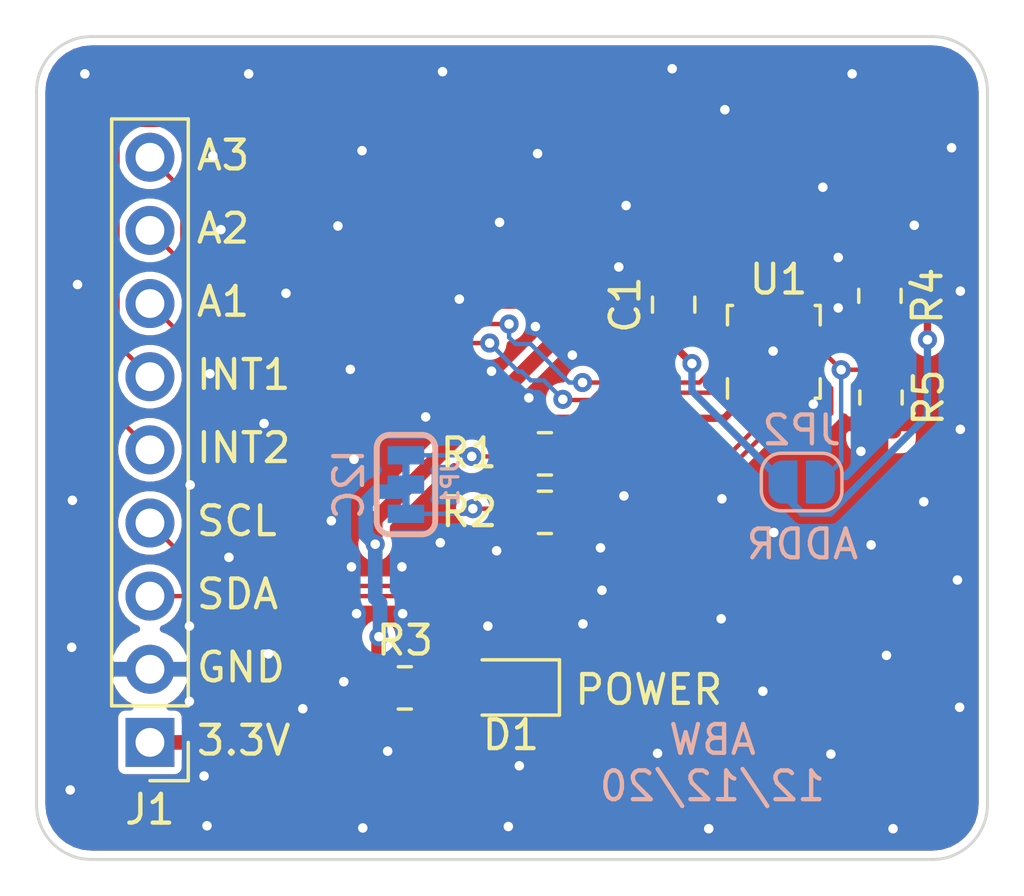
<source format=kicad_pcb>
(kicad_pcb (version 20171130) (host pcbnew "(5.1.8)-1")

  (general
    (thickness 1.6)
    (drawings 21)
    (tracks 226)
    (zones 0)
    (modules 11)
    (nets 17)
  )

  (page A4)
  (layers
    (0 F.Cu signal)
    (31 B.Cu signal)
    (32 B.Adhes user)
    (33 F.Adhes user)
    (34 B.Paste user)
    (35 F.Paste user)
    (36 B.SilkS user)
    (37 F.SilkS user)
    (38 B.Mask user)
    (39 F.Mask user)
    (40 Dwgs.User user)
    (41 Cmts.User user)
    (42 Eco1.User user)
    (43 Eco2.User user)
    (44 Edge.Cuts user)
    (45 Margin user)
    (46 B.CrtYd user)
    (47 F.CrtYd user)
    (48 B.Fab user hide)
    (49 F.Fab user hide)
  )

  (setup
    (last_trace_width 0.254)
    (user_trace_width 0.1524)
    (user_trace_width 0.1778)
    (user_trace_width 0.254)
    (user_trace_width 0.3048)
    (user_trace_width 0.381)
    (user_trace_width 0.508)
    (user_trace_width 0.635)
    (user_trace_width 0.889)
    (user_trace_width 1.016)
    (user_trace_width 1.27)
    (user_trace_width 1.905)
    (user_trace_width 2.54)
    (trace_clearance 0.2)
    (zone_clearance 0.508)
    (zone_45_only no)
    (trace_min 0.1)
    (via_size 0.8)
    (via_drill 0.4)
    (via_min_size 0.4)
    (via_min_drill 0.3)
    (user_via 0.6096 0.3048)
    (user_via 0.6604 0.3302)
    (user_via 0.889 0.381)
    (user_via 1.397 0.635)
    (uvia_size 0.3)
    (uvia_drill 0.1)
    (uvias_allowed no)
    (uvia_min_size 0.2)
    (uvia_min_drill 0.1)
    (edge_width 0.05)
    (segment_width 0.2)
    (pcb_text_width 0.3)
    (pcb_text_size 1.5 1.5)
    (mod_edge_width 0.12)
    (mod_text_size 1 1)
    (mod_text_width 0.15)
    (pad_size 1.524 1.524)
    (pad_drill 0.762)
    (pad_to_mask_clearance 0.051)
    (solder_mask_min_width 0.25)
    (aux_axis_origin 0 0)
    (visible_elements FFFFFF7F)
    (pcbplotparams
      (layerselection 0x010fc_ffffffff)
      (usegerberextensions false)
      (usegerberattributes true)
      (usegerberadvancedattributes true)
      (creategerberjobfile true)
      (excludeedgelayer true)
      (linewidth 0.100000)
      (plotframeref false)
      (viasonmask false)
      (mode 1)
      (useauxorigin false)
      (hpglpennumber 1)
      (hpglpenspeed 20)
      (hpglpendiameter 15.000000)
      (psnegative false)
      (psa4output false)
      (plotreference true)
      (plotvalue true)
      (plotinvisibletext false)
      (padsonsilk false)
      (subtractmaskfromsilk false)
      (outputformat 1)
      (mirror false)
      (drillshape 1)
      (scaleselection 1)
      (outputdirectory ""))
  )

  (net 0 "")
  (net 1 GND)
  (net 2 +3V3)
  (net 3 "Net-(D1-Pad2)")
  (net 4 /A3)
  (net 5 /A2)
  (net 6 /A1)
  (net 7 /INT1)
  (net 8 /INT2)
  (net 9 /SCL)
  (net 10 /SDA)
  (net 11 "Net-(JP1-Pad3)")
  (net 12 "Net-(JP1-Pad1)")
  (net 13 /ADDR)
  (net 14 "Net-(R4-Pad2)")
  (net 15 "Net-(U1-Pad3)")
  (net 16 "Net-(U1-Pad2)")

  (net_class Default "This is the default net class."
    (clearance 0.2)
    (trace_width 0.25)
    (via_dia 0.8)
    (via_drill 0.4)
    (uvia_dia 0.3)
    (uvia_drill 0.1)
    (add_net +3V3)
    (add_net /A1)
    (add_net /A2)
    (add_net /A3)
    (add_net /ADDR)
    (add_net /INT1)
    (add_net /INT2)
    (add_net /SCL)
    (add_net /SDA)
    (add_net GND)
    (add_net "Net-(D1-Pad2)")
    (add_net "Net-(JP1-Pad1)")
    (add_net "Net-(JP1-Pad3)")
    (add_net "Net-(R4-Pad2)")
    (add_net "Net-(U1-Pad2)")
    (add_net "Net-(U1-Pad3)")
  )

  (module Package_LGA:LGA-16_3x3mm_P0.5mm_LayoutBorder3x5y (layer F.Cu) (tedit 5D9F7937) (tstamp 5FD5796E)
    (at 136.7282 87.7824 90)
    (descr "LGA, 16 Pin (http://www.st.com/resource/en/datasheet/lis331hh.pdf), generated with kicad-footprint-generator ipc_noLead_generator.py")
    (tags "LGA NoLead")
    (path /5FD572F0)
    (attr smd)
    (fp_text reference U1 (at 2.5146 0.1651 180) (layer F.SilkS)
      (effects (font (size 1 1) (thickness 0.15)))
    )
    (fp_text value LIS3DH (at 0 2.45 90) (layer F.Fab)
      (effects (font (size 1 1) (thickness 0.15)))
    )
    (fp_text user %R (at 0 0 90) (layer F.Fab)
      (effects (font (size 0.75 0.75) (thickness 0.11)))
    )
    (fp_line (start 0.935 -1.61) (end 1.61 -1.61) (layer F.SilkS) (width 0.12))
    (fp_line (start 1.61 -1.61) (end 1.61 -1.435) (layer F.SilkS) (width 0.12))
    (fp_line (start -0.935 1.61) (end -1.61 1.61) (layer F.SilkS) (width 0.12))
    (fp_line (start -1.61 1.61) (end -1.61 1.435) (layer F.SilkS) (width 0.12))
    (fp_line (start 0.935 1.61) (end 1.61 1.61) (layer F.SilkS) (width 0.12))
    (fp_line (start 1.61 1.61) (end 1.61 1.435) (layer F.SilkS) (width 0.12))
    (fp_line (start -0.935 -1.61) (end -1.61 -1.61) (layer F.SilkS) (width 0.12))
    (fp_line (start -0.75 -1.5) (end 1.5 -1.5) (layer F.Fab) (width 0.1))
    (fp_line (start 1.5 -1.5) (end 1.5 1.5) (layer F.Fab) (width 0.1))
    (fp_line (start 1.5 1.5) (end -1.5 1.5) (layer F.Fab) (width 0.1))
    (fp_line (start -1.5 1.5) (end -1.5 -0.75) (layer F.Fab) (width 0.1))
    (fp_line (start -1.5 -0.75) (end -0.75 -1.5) (layer F.Fab) (width 0.1))
    (fp_line (start -1.75 -1.75) (end -1.75 1.75) (layer F.CrtYd) (width 0.05))
    (fp_line (start -1.75 1.75) (end 1.75 1.75) (layer F.CrtYd) (width 0.05))
    (fp_line (start 1.75 1.75) (end 1.75 -1.75) (layer F.CrtYd) (width 0.05))
    (fp_line (start 1.75 -1.75) (end -1.75 -1.75) (layer F.CrtYd) (width 0.05))
    (pad 16 smd roundrect (at -0.5 -1.225 90) (size 0.35 0.55) (layers F.Cu F.Paste F.Mask) (roundrect_rratio 0.25)
      (net 6 /A1))
    (pad 15 smd roundrect (at 0 -1.225 90) (size 0.35 0.55) (layers F.Cu F.Paste F.Mask) (roundrect_rratio 0.25)
      (net 5 /A2))
    (pad 14 smd roundrect (at 0.5 -1.225 90) (size 0.35 0.55) (layers F.Cu F.Paste F.Mask) (roundrect_rratio 0.25)
      (net 2 +3V3))
    (pad 13 smd roundrect (at 1.225 -1 90) (size 0.55 0.35) (layers F.Cu F.Paste F.Mask) (roundrect_rratio 0.25)
      (net 4 /A3))
    (pad 12 smd roundrect (at 1.225 -0.5 90) (size 0.55 0.35) (layers F.Cu F.Paste F.Mask) (roundrect_rratio 0.25)
      (net 1 GND))
    (pad 11 smd roundrect (at 1.225 0 90) (size 0.55 0.35) (layers F.Cu F.Paste F.Mask) (roundrect_rratio 0.25)
      (net 7 /INT1))
    (pad 10 smd roundrect (at 1.225 0.5 90) (size 0.55 0.35) (layers F.Cu F.Paste F.Mask) (roundrect_rratio 0.25)
      (net 1 GND))
    (pad 9 smd roundrect (at 1.225 1 90) (size 0.55 0.35) (layers F.Cu F.Paste F.Mask) (roundrect_rratio 0.25)
      (net 8 /INT2))
    (pad 8 smd roundrect (at 0.5 1.225 90) (size 0.35 0.55) (layers F.Cu F.Paste F.Mask) (roundrect_rratio 0.25)
      (net 14 "Net-(R4-Pad2)"))
    (pad 7 smd roundrect (at 0 1.225 90) (size 0.35 0.55) (layers F.Cu F.Paste F.Mask) (roundrect_rratio 0.25)
      (net 13 /ADDR))
    (pad 6 smd roundrect (at -0.5 1.225 90) (size 0.35 0.55) (layers F.Cu F.Paste F.Mask) (roundrect_rratio 0.25)
      (net 10 /SDA))
    (pad 5 smd roundrect (at -1.225 1 90) (size 0.55 0.35) (layers F.Cu F.Paste F.Mask) (roundrect_rratio 0.25)
      (net 1 GND))
    (pad 4 smd roundrect (at -1.225 0.5 90) (size 0.55 0.35) (layers F.Cu F.Paste F.Mask) (roundrect_rratio 0.25)
      (net 9 /SCL))
    (pad 3 smd roundrect (at -1.225 0 90) (size 0.55 0.35) (layers F.Cu F.Paste F.Mask) (roundrect_rratio 0.25)
      (net 15 "Net-(U1-Pad3)"))
    (pad 2 smd roundrect (at -1.225 -0.5 90) (size 0.55 0.35) (layers F.Cu F.Paste F.Mask) (roundrect_rratio 0.25)
      (net 16 "Net-(U1-Pad2)"))
    (pad 1 smd roundrect (at -1.225 -1 90) (size 0.55 0.35) (layers F.Cu F.Paste F.Mask) (roundrect_rratio 0.25)
      (net 2 +3V3))
    (model ${KISYS3DMOD}/Package_LGA.3dshapes/LGA-16_3x3mm_P0.5mm_LayoutBorder3x5y.wrl
      (at (xyz 0 0 0))
      (scale (xyz 1 1 1))
      (rotate (xyz 0 0 0))
    )
  )

  (module Resistor_SMD:R_0805_2012Metric (layer F.Cu) (tedit 5F68FEEE) (tstamp 5FD57949)
    (at 140.4493 89.3699 270)
    (descr "Resistor SMD 0805 (2012 Metric), square (rectangular) end terminal, IPC_7351 nominal, (Body size source: IPC-SM-782 page 72, https://www.pcb-3d.com/wordpress/wp-content/uploads/ipc-sm-782a_amendment_1_and_2.pdf), generated with kicad-footprint-generator")
    (tags resistor)
    (path /5FD62923)
    (attr smd)
    (fp_text reference R5 (at 0 -1.65 90) (layer F.SilkS)
      (effects (font (size 1 1) (thickness 0.15)))
    )
    (fp_text value 10k (at 0 1.65 90) (layer F.Fab)
      (effects (font (size 1 1) (thickness 0.15)))
    )
    (fp_text user %R (at 0 0 90) (layer F.Fab)
      (effects (font (size 0.5 0.5) (thickness 0.08)))
    )
    (fp_line (start -1 0.625) (end -1 -0.625) (layer F.Fab) (width 0.1))
    (fp_line (start -1 -0.625) (end 1 -0.625) (layer F.Fab) (width 0.1))
    (fp_line (start 1 -0.625) (end 1 0.625) (layer F.Fab) (width 0.1))
    (fp_line (start 1 0.625) (end -1 0.625) (layer F.Fab) (width 0.1))
    (fp_line (start -0.227064 -0.735) (end 0.227064 -0.735) (layer F.SilkS) (width 0.12))
    (fp_line (start -0.227064 0.735) (end 0.227064 0.735) (layer F.SilkS) (width 0.12))
    (fp_line (start -1.68 0.95) (end -1.68 -0.95) (layer F.CrtYd) (width 0.05))
    (fp_line (start -1.68 -0.95) (end 1.68 -0.95) (layer F.CrtYd) (width 0.05))
    (fp_line (start 1.68 -0.95) (end 1.68 0.95) (layer F.CrtYd) (width 0.05))
    (fp_line (start 1.68 0.95) (end -1.68 0.95) (layer F.CrtYd) (width 0.05))
    (pad 2 smd roundrect (at 0.9125 0 270) (size 1.025 1.4) (layers F.Cu F.Paste F.Mask) (roundrect_rratio 0.243902)
      (net 1 GND))
    (pad 1 smd roundrect (at -0.9125 0 270) (size 1.025 1.4) (layers F.Cu F.Paste F.Mask) (roundrect_rratio 0.243902)
      (net 13 /ADDR))
    (model ${KISYS3DMOD}/Resistor_SMD.3dshapes/R_0805_2012Metric.wrl
      (at (xyz 0 0 0))
      (scale (xyz 1 1 1))
      (rotate (xyz 0 0 0))
    )
  )

  (module Resistor_SMD:R_0805_2012Metric (layer F.Cu) (tedit 5F68FEEE) (tstamp 5FD57938)
    (at 140.4112 85.8393 270)
    (descr "Resistor SMD 0805 (2012 Metric), square (rectangular) end terminal, IPC_7351 nominal, (Body size source: IPC-SM-782 page 72, https://www.pcb-3d.com/wordpress/wp-content/uploads/ipc-sm-782a_amendment_1_and_2.pdf), generated with kicad-footprint-generator")
    (tags resistor)
    (path /5FD5D8AC)
    (attr smd)
    (fp_text reference R4 (at 0 -1.65 90) (layer F.SilkS)
      (effects (font (size 1 1) (thickness 0.15)))
    )
    (fp_text value 10k (at 0 1.65 90) (layer F.Fab)
      (effects (font (size 1 1) (thickness 0.15)))
    )
    (fp_text user %R (at 0 0 90) (layer F.Fab)
      (effects (font (size 0.5 0.5) (thickness 0.08)))
    )
    (fp_line (start -1 0.625) (end -1 -0.625) (layer F.Fab) (width 0.1))
    (fp_line (start -1 -0.625) (end 1 -0.625) (layer F.Fab) (width 0.1))
    (fp_line (start 1 -0.625) (end 1 0.625) (layer F.Fab) (width 0.1))
    (fp_line (start 1 0.625) (end -1 0.625) (layer F.Fab) (width 0.1))
    (fp_line (start -0.227064 -0.735) (end 0.227064 -0.735) (layer F.SilkS) (width 0.12))
    (fp_line (start -0.227064 0.735) (end 0.227064 0.735) (layer F.SilkS) (width 0.12))
    (fp_line (start -1.68 0.95) (end -1.68 -0.95) (layer F.CrtYd) (width 0.05))
    (fp_line (start -1.68 -0.95) (end 1.68 -0.95) (layer F.CrtYd) (width 0.05))
    (fp_line (start 1.68 -0.95) (end 1.68 0.95) (layer F.CrtYd) (width 0.05))
    (fp_line (start 1.68 0.95) (end -1.68 0.95) (layer F.CrtYd) (width 0.05))
    (pad 2 smd roundrect (at 0.9125 0 270) (size 1.025 1.4) (layers F.Cu F.Paste F.Mask) (roundrect_rratio 0.243902)
      (net 14 "Net-(R4-Pad2)"))
    (pad 1 smd roundrect (at -0.9125 0 270) (size 1.025 1.4) (layers F.Cu F.Paste F.Mask) (roundrect_rratio 0.243902)
      (net 2 +3V3))
    (model ${KISYS3DMOD}/Resistor_SMD.3dshapes/R_0805_2012Metric.wrl
      (at (xyz 0 0 0))
      (scale (xyz 1 1 1))
      (rotate (xyz 0 0 0))
    )
  )

  (module Resistor_SMD:R_0805_2012Metric (layer F.Cu) (tedit 5F68FEEE) (tstamp 5FD57927)
    (at 123.9139 99.4537)
    (descr "Resistor SMD 0805 (2012 Metric), square (rectangular) end terminal, IPC_7351 nominal, (Body size source: IPC-SM-782 page 72, https://www.pcb-3d.com/wordpress/wp-content/uploads/ipc-sm-782a_amendment_1_and_2.pdf), generated with kicad-footprint-generator")
    (tags resistor)
    (path /5FD5C056)
    (attr smd)
    (fp_text reference R3 (at 0 -1.65) (layer F.SilkS)
      (effects (font (size 1 1) (thickness 0.15)))
    )
    (fp_text value 330 (at 0 1.65) (layer F.Fab)
      (effects (font (size 1 1) (thickness 0.15)))
    )
    (fp_text user %R (at 0 0) (layer F.Fab)
      (effects (font (size 0.5 0.5) (thickness 0.08)))
    )
    (fp_line (start -1 0.625) (end -1 -0.625) (layer F.Fab) (width 0.1))
    (fp_line (start -1 -0.625) (end 1 -0.625) (layer F.Fab) (width 0.1))
    (fp_line (start 1 -0.625) (end 1 0.625) (layer F.Fab) (width 0.1))
    (fp_line (start 1 0.625) (end -1 0.625) (layer F.Fab) (width 0.1))
    (fp_line (start -0.227064 -0.735) (end 0.227064 -0.735) (layer F.SilkS) (width 0.12))
    (fp_line (start -0.227064 0.735) (end 0.227064 0.735) (layer F.SilkS) (width 0.12))
    (fp_line (start -1.68 0.95) (end -1.68 -0.95) (layer F.CrtYd) (width 0.05))
    (fp_line (start -1.68 -0.95) (end 1.68 -0.95) (layer F.CrtYd) (width 0.05))
    (fp_line (start 1.68 -0.95) (end 1.68 0.95) (layer F.CrtYd) (width 0.05))
    (fp_line (start 1.68 0.95) (end -1.68 0.95) (layer F.CrtYd) (width 0.05))
    (pad 2 smd roundrect (at 0.9125 0) (size 1.025 1.4) (layers F.Cu F.Paste F.Mask) (roundrect_rratio 0.243902)
      (net 3 "Net-(D1-Pad2)"))
    (pad 1 smd roundrect (at -0.9125 0) (size 1.025 1.4) (layers F.Cu F.Paste F.Mask) (roundrect_rratio 0.243902)
      (net 2 +3V3))
    (model ${KISYS3DMOD}/Resistor_SMD.3dshapes/R_0805_2012Metric.wrl
      (at (xyz 0 0 0))
      (scale (xyz 1 1 1))
      (rotate (xyz 0 0 0))
    )
  )

  (module Resistor_SMD:R_0805_2012Metric (layer F.Cu) (tedit 5F68FEEE) (tstamp 5FD57916)
    (at 128.778 93.3577)
    (descr "Resistor SMD 0805 (2012 Metric), square (rectangular) end terminal, IPC_7351 nominal, (Body size source: IPC-SM-782 page 72, https://www.pcb-3d.com/wordpress/wp-content/uploads/ipc-sm-782a_amendment_1_and_2.pdf), generated with kicad-footprint-generator")
    (tags resistor)
    (path /5FD66B9A)
    (attr smd)
    (fp_text reference R2 (at -2.6289 -0.0127) (layer F.SilkS)
      (effects (font (size 1 1) (thickness 0.15)))
    )
    (fp_text value 2.2k (at 0 1.65) (layer F.Fab)
      (effects (font (size 1 1) (thickness 0.15)))
    )
    (fp_text user %R (at 0 0) (layer F.Fab)
      (effects (font (size 0.5 0.5) (thickness 0.08)))
    )
    (fp_line (start -1 0.625) (end -1 -0.625) (layer F.Fab) (width 0.1))
    (fp_line (start -1 -0.625) (end 1 -0.625) (layer F.Fab) (width 0.1))
    (fp_line (start 1 -0.625) (end 1 0.625) (layer F.Fab) (width 0.1))
    (fp_line (start 1 0.625) (end -1 0.625) (layer F.Fab) (width 0.1))
    (fp_line (start -0.227064 -0.735) (end 0.227064 -0.735) (layer F.SilkS) (width 0.12))
    (fp_line (start -0.227064 0.735) (end 0.227064 0.735) (layer F.SilkS) (width 0.12))
    (fp_line (start -1.68 0.95) (end -1.68 -0.95) (layer F.CrtYd) (width 0.05))
    (fp_line (start -1.68 -0.95) (end 1.68 -0.95) (layer F.CrtYd) (width 0.05))
    (fp_line (start 1.68 -0.95) (end 1.68 0.95) (layer F.CrtYd) (width 0.05))
    (fp_line (start 1.68 0.95) (end -1.68 0.95) (layer F.CrtYd) (width 0.05))
    (pad 2 smd roundrect (at 0.9125 0) (size 1.025 1.4) (layers F.Cu F.Paste F.Mask) (roundrect_rratio 0.243902)
      (net 10 /SDA))
    (pad 1 smd roundrect (at -0.9125 0) (size 1.025 1.4) (layers F.Cu F.Paste F.Mask) (roundrect_rratio 0.243902)
      (net 11 "Net-(JP1-Pad3)"))
    (model ${KISYS3DMOD}/Resistor_SMD.3dshapes/R_0805_2012Metric.wrl
      (at (xyz 0 0 0))
      (scale (xyz 1 1 1))
      (rotate (xyz 0 0 0))
    )
  )

  (module Resistor_SMD:R_0805_2012Metric (layer F.Cu) (tedit 5F68FEEE) (tstamp 5FD57905)
    (at 128.778 91.3257)
    (descr "Resistor SMD 0805 (2012 Metric), square (rectangular) end terminal, IPC_7351 nominal, (Body size source: IPC-SM-782 page 72, https://www.pcb-3d.com/wordpress/wp-content/uploads/ipc-sm-782a_amendment_1_and_2.pdf), generated with kicad-footprint-generator")
    (tags resistor)
    (path /5FD6782F)
    (attr smd)
    (fp_text reference R1 (at -2.6416 -0.0254) (layer F.SilkS)
      (effects (font (size 1 1) (thickness 0.15)))
    )
    (fp_text value 2.2k (at 0 1.65) (layer F.Fab)
      (effects (font (size 1 1) (thickness 0.15)))
    )
    (fp_text user %R (at 0 0) (layer F.Fab)
      (effects (font (size 0.5 0.5) (thickness 0.08)))
    )
    (fp_line (start -1 0.625) (end -1 -0.625) (layer F.Fab) (width 0.1))
    (fp_line (start -1 -0.625) (end 1 -0.625) (layer F.Fab) (width 0.1))
    (fp_line (start 1 -0.625) (end 1 0.625) (layer F.Fab) (width 0.1))
    (fp_line (start 1 0.625) (end -1 0.625) (layer F.Fab) (width 0.1))
    (fp_line (start -0.227064 -0.735) (end 0.227064 -0.735) (layer F.SilkS) (width 0.12))
    (fp_line (start -0.227064 0.735) (end 0.227064 0.735) (layer F.SilkS) (width 0.12))
    (fp_line (start -1.68 0.95) (end -1.68 -0.95) (layer F.CrtYd) (width 0.05))
    (fp_line (start -1.68 -0.95) (end 1.68 -0.95) (layer F.CrtYd) (width 0.05))
    (fp_line (start 1.68 -0.95) (end 1.68 0.95) (layer F.CrtYd) (width 0.05))
    (fp_line (start 1.68 0.95) (end -1.68 0.95) (layer F.CrtYd) (width 0.05))
    (pad 2 smd roundrect (at 0.9125 0) (size 1.025 1.4) (layers F.Cu F.Paste F.Mask) (roundrect_rratio 0.243902)
      (net 9 /SCL))
    (pad 1 smd roundrect (at -0.9125 0) (size 1.025 1.4) (layers F.Cu F.Paste F.Mask) (roundrect_rratio 0.243902)
      (net 12 "Net-(JP1-Pad1)"))
    (model ${KISYS3DMOD}/Resistor_SMD.3dshapes/R_0805_2012Metric.wrl
      (at (xyz 0 0 0))
      (scale (xyz 1 1 1))
      (rotate (xyz 0 0 0))
    )
  )

  (module Jumper:SolderJumper-2_P1.3mm_Open_RoundedPad1.0x1.5mm (layer B.Cu) (tedit 5B391E66) (tstamp 5FD578F4)
    (at 137.6934 92.3036 180)
    (descr "SMD Solder Jumper, 1x1.5mm, rounded Pads, 0.3mm gap, open")
    (tags "solder jumper open")
    (path /5FD59DF6)
    (attr virtual)
    (fp_text reference JP2 (at 0 1.8) (layer B.SilkS)
      (effects (font (size 1 1) (thickness 0.15)) (justify mirror))
    )
    (fp_text value ADDR (at 0 -1.9) (layer B.Fab)
      (effects (font (size 1 1) (thickness 0.15)) (justify mirror))
    )
    (fp_arc (start -0.7 0.3) (end -0.7 1) (angle 90) (layer B.SilkS) (width 0.12))
    (fp_arc (start -0.7 -0.3) (end -1.4 -0.3) (angle 90) (layer B.SilkS) (width 0.12))
    (fp_arc (start 0.7 -0.3) (end 0.7 -1) (angle 90) (layer B.SilkS) (width 0.12))
    (fp_arc (start 0.7 0.3) (end 1.4 0.3) (angle 90) (layer B.SilkS) (width 0.12))
    (fp_line (start -1.4 -0.3) (end -1.4 0.3) (layer B.SilkS) (width 0.12))
    (fp_line (start 0.7 -1) (end -0.7 -1) (layer B.SilkS) (width 0.12))
    (fp_line (start 1.4 0.3) (end 1.4 -0.3) (layer B.SilkS) (width 0.12))
    (fp_line (start -0.7 1) (end 0.7 1) (layer B.SilkS) (width 0.12))
    (fp_line (start -1.65 1.25) (end 1.65 1.25) (layer B.CrtYd) (width 0.05))
    (fp_line (start -1.65 1.25) (end -1.65 -1.25) (layer B.CrtYd) (width 0.05))
    (fp_line (start 1.65 -1.25) (end 1.65 1.25) (layer B.CrtYd) (width 0.05))
    (fp_line (start 1.65 -1.25) (end -1.65 -1.25) (layer B.CrtYd) (width 0.05))
    (pad 2 smd custom (at 0.65 0 180) (size 1 0.5) (layers B.Cu B.Mask)
      (net 2 +3V3) (zone_connect 2)
      (options (clearance outline) (anchor rect))
      (primitives
        (gr_circle (center 0 -0.25) (end 0.5 -0.25) (width 0))
        (gr_circle (center 0 0.25) (end 0.5 0.25) (width 0))
        (gr_poly (pts
           (xy 0 0.75) (xy -0.5 0.75) (xy -0.5 -0.75) (xy 0 -0.75)) (width 0))
      ))
    (pad 1 smd custom (at -0.65 0 180) (size 1 0.5) (layers B.Cu B.Mask)
      (net 13 /ADDR) (zone_connect 2)
      (options (clearance outline) (anchor rect))
      (primitives
        (gr_circle (center 0 -0.25) (end 0.5 -0.25) (width 0))
        (gr_circle (center 0 0.25) (end 0.5 0.25) (width 0))
        (gr_poly (pts
           (xy 0 0.75) (xy 0.5 0.75) (xy 0.5 -0.75) (xy 0 -0.75)) (width 0))
      ))
  )

  (module Jumper:SMT-JUMPER_3_2-NC_TRACE_SILK (layer B.Cu) (tedit 0) (tstamp 5FD578E2)
    (at 123.952 92.3925 270)
    (path /5FD5983B)
    (fp_text reference JP1 (at -0.0635 -1.8796 270) (layer B.SilkS)
      (effects (font (size 0.57912 0.57912) (thickness 0.115824)) (justify bottom mirror))
    )
    (fp_text value I2C (at 0 -1.143 270) (layer B.Fab)
      (effects (font (size 0.57912 0.57912) (thickness 0.115824)) (justify top mirror))
    )
    (fp_arc (start 1.27 -0.5588) (end 1.27 -1.016) (angle 90) (layer B.SilkS) (width 0.2032))
    (fp_arc (start -1.27 -0.5588) (end -1.7272 -0.5588) (angle 90) (layer B.SilkS) (width 0.2032))
    (fp_arc (start -1.27 0.5588) (end -1.7272 0.5588) (angle -90) (layer B.SilkS) (width 0.2032))
    (fp_arc (start 1.27 0.5588) (end 1.27 1.016) (angle -90) (layer B.SilkS) (width 0.2032))
    (fp_line (start 1.27 -1.016) (end -1.27 -1.016) (layer B.SilkS) (width 0.2032))
    (fp_line (start 1.7272 -0.5588) (end 1.7272 0.5588) (layer B.SilkS) (width 0.2032))
    (fp_line (start -1.7272 -0.5588) (end -1.7272 0.5588) (layer B.SilkS) (width 0.2032))
    (fp_line (start -1.27 1.016) (end 1.27 1.016) (layer B.SilkS) (width 0.2032))
    (fp_poly (pts (xy -0.6985 0.127) (xy 0.6985 0.127) (xy 0.6985 -0.127) (xy -0.6985 -0.127)) (layer B.Mask) (width 0))
    (fp_poly (pts (xy 0.3048 -0.127) (xy 0.7112 -0.127) (xy 0.7112 0.127) (xy 0.3048 0.127)) (layer B.Cu) (width 0))
    (fp_poly (pts (xy -0.7112 -0.127) (xy -0.3048 -0.127) (xy -0.3048 0.127) (xy -0.7112 0.127)) (layer B.Cu) (width 0))
    (pad 3 smd rect (at 1.016 0 270) (size 0.635 1.27) (layers B.Cu B.Mask)
      (net 11 "Net-(JP1-Pad3)") (solder_mask_margin 0.1016))
    (pad 2 smd rect (at 0 0 270) (size 0.635 1.27) (layers B.Cu B.Mask)
      (net 2 +3V3) (solder_mask_margin 0.1016))
    (pad 1 smd rect (at -1.016 0 270) (size 0.635 1.27) (layers B.Cu B.Mask)
      (net 12 "Net-(JP1-Pad1)") (solder_mask_margin 0.1016))
  )

  (module Connector_PinHeader_2.54mm:PinHeader_1x09_P2.54mm_Vertical (layer F.Cu) (tedit 59FED5CC) (tstamp 5FD578D0)
    (at 115.062 101.346 180)
    (descr "Through hole straight pin header, 1x09, 2.54mm pitch, single row")
    (tags "Through hole pin header THT 1x09 2.54mm single row")
    (path /5FD58BFC)
    (fp_text reference J1 (at 0 -2.33) (layer F.SilkS)
      (effects (font (size 1 1) (thickness 0.15)))
    )
    (fp_text value Conn_01x09 (at 0 22.65) (layer F.Fab)
      (effects (font (size 1 1) (thickness 0.15)))
    )
    (fp_text user %R (at 0 10.16 90) (layer F.Fab)
      (effects (font (size 1 1) (thickness 0.15)))
    )
    (fp_line (start -0.635 -1.27) (end 1.27 -1.27) (layer F.Fab) (width 0.1))
    (fp_line (start 1.27 -1.27) (end 1.27 21.59) (layer F.Fab) (width 0.1))
    (fp_line (start 1.27 21.59) (end -1.27 21.59) (layer F.Fab) (width 0.1))
    (fp_line (start -1.27 21.59) (end -1.27 -0.635) (layer F.Fab) (width 0.1))
    (fp_line (start -1.27 -0.635) (end -0.635 -1.27) (layer F.Fab) (width 0.1))
    (fp_line (start -1.33 21.65) (end 1.33 21.65) (layer F.SilkS) (width 0.12))
    (fp_line (start -1.33 1.27) (end -1.33 21.65) (layer F.SilkS) (width 0.12))
    (fp_line (start 1.33 1.27) (end 1.33 21.65) (layer F.SilkS) (width 0.12))
    (fp_line (start -1.33 1.27) (end 1.33 1.27) (layer F.SilkS) (width 0.12))
    (fp_line (start -1.33 0) (end -1.33 -1.33) (layer F.SilkS) (width 0.12))
    (fp_line (start -1.33 -1.33) (end 0 -1.33) (layer F.SilkS) (width 0.12))
    (fp_line (start -1.8 -1.8) (end -1.8 22.1) (layer F.CrtYd) (width 0.05))
    (fp_line (start -1.8 22.1) (end 1.8 22.1) (layer F.CrtYd) (width 0.05))
    (fp_line (start 1.8 22.1) (end 1.8 -1.8) (layer F.CrtYd) (width 0.05))
    (fp_line (start 1.8 -1.8) (end -1.8 -1.8) (layer F.CrtYd) (width 0.05))
    (pad 9 thru_hole oval (at 0 20.32 180) (size 1.7 1.7) (drill 1) (layers *.Cu *.Mask)
      (net 4 /A3))
    (pad 8 thru_hole oval (at 0 17.78 180) (size 1.7 1.7) (drill 1) (layers *.Cu *.Mask)
      (net 5 /A2))
    (pad 7 thru_hole oval (at 0 15.24 180) (size 1.7 1.7) (drill 1) (layers *.Cu *.Mask)
      (net 6 /A1))
    (pad 6 thru_hole oval (at 0 12.7 180) (size 1.7 1.7) (drill 1) (layers *.Cu *.Mask)
      (net 7 /INT1))
    (pad 5 thru_hole oval (at 0 10.16 180) (size 1.7 1.7) (drill 1) (layers *.Cu *.Mask)
      (net 8 /INT2))
    (pad 4 thru_hole oval (at 0 7.62 180) (size 1.7 1.7) (drill 1) (layers *.Cu *.Mask)
      (net 9 /SCL))
    (pad 3 thru_hole oval (at 0 5.08 180) (size 1.7 1.7) (drill 1) (layers *.Cu *.Mask)
      (net 10 /SDA))
    (pad 2 thru_hole oval (at 0 2.54 180) (size 1.7 1.7) (drill 1) (layers *.Cu *.Mask)
      (net 1 GND))
    (pad 1 thru_hole rect (at 0 0 180) (size 1.7 1.7) (drill 1) (layers *.Cu *.Mask)
      (net 2 +3V3))
    (model ${KISYS3DMOD}/Connector_PinHeader_2.54mm.3dshapes/PinHeader_1x09_P2.54mm_Vertical.wrl
      (offset (xyz 0 0 -1.5))
      (scale (xyz 1 1 1))
      (rotate (xyz 0 180 0))
    )
  )

  (module LED_SMD:LED_0805_2012Metric (layer F.Cu) (tedit 5F68FEF1) (tstamp 5FD578B3)
    (at 127.5973 99.4387 180)
    (descr "LED SMD 0805 (2012 Metric), square (rectangular) end terminal, IPC_7351 nominal, (Body size source: https://docs.google.com/spreadsheets/d/1BsfQQcO9C6DZCsRaXUlFlo91Tg2WpOkGARC1WS5S8t0/edit?usp=sharing), generated with kicad-footprint-generator")
    (tags LED)
    (path /5FD58632)
    (attr smd)
    (fp_text reference D1 (at 0 -1.65) (layer F.SilkS)
      (effects (font (size 1 1) (thickness 0.15)))
    )
    (fp_text value LED (at 0 1.65) (layer F.Fab)
      (effects (font (size 1 1) (thickness 0.15)))
    )
    (fp_text user %R (at 0 0) (layer F.Fab)
      (effects (font (size 0.5 0.5) (thickness 0.08)))
    )
    (fp_line (start 1 -0.6) (end -0.7 -0.6) (layer F.Fab) (width 0.1))
    (fp_line (start -0.7 -0.6) (end -1 -0.3) (layer F.Fab) (width 0.1))
    (fp_line (start -1 -0.3) (end -1 0.6) (layer F.Fab) (width 0.1))
    (fp_line (start -1 0.6) (end 1 0.6) (layer F.Fab) (width 0.1))
    (fp_line (start 1 0.6) (end 1 -0.6) (layer F.Fab) (width 0.1))
    (fp_line (start 1 -0.96) (end -1.685 -0.96) (layer F.SilkS) (width 0.12))
    (fp_line (start -1.685 -0.96) (end -1.685 0.96) (layer F.SilkS) (width 0.12))
    (fp_line (start -1.685 0.96) (end 1 0.96) (layer F.SilkS) (width 0.12))
    (fp_line (start -1.68 0.95) (end -1.68 -0.95) (layer F.CrtYd) (width 0.05))
    (fp_line (start -1.68 -0.95) (end 1.68 -0.95) (layer F.CrtYd) (width 0.05))
    (fp_line (start 1.68 -0.95) (end 1.68 0.95) (layer F.CrtYd) (width 0.05))
    (fp_line (start 1.68 0.95) (end -1.68 0.95) (layer F.CrtYd) (width 0.05))
    (pad 2 smd roundrect (at 0.9375 0 180) (size 0.975 1.4) (layers F.Cu F.Paste F.Mask) (roundrect_rratio 0.25)
      (net 3 "Net-(D1-Pad2)"))
    (pad 1 smd roundrect (at -0.9375 0 180) (size 0.975 1.4) (layers F.Cu F.Paste F.Mask) (roundrect_rratio 0.25)
      (net 1 GND))
    (model ${KISYS3DMOD}/LED_SMD.3dshapes/LED_0805_2012Metric.wrl
      (at (xyz 0 0 0))
      (scale (xyz 1 1 1))
      (rotate (xyz 0 0 0))
    )
  )

  (module Capacitor_SMD:C_0805_2012Metric (layer F.Cu) (tedit 5F68FEEE) (tstamp 5FD578A0)
    (at 133.2484 86.1441 90)
    (descr "Capacitor SMD 0805 (2012 Metric), square (rectangular) end terminal, IPC_7351 nominal, (Body size source: IPC-SM-782 page 76, https://www.pcb-3d.com/wordpress/wp-content/uploads/ipc-sm-782a_amendment_1_and_2.pdf, https://docs.google.com/spreadsheets/d/1BsfQQcO9C6DZCsRaXUlFlo91Tg2WpOkGARC1WS5S8t0/edit?usp=sharing), generated with kicad-footprint-generator")
    (tags capacitor)
    (path /5FD58263)
    (attr smd)
    (fp_text reference C1 (at 0 -1.68 90) (layer F.SilkS)
      (effects (font (size 1 1) (thickness 0.15)))
    )
    (fp_text value 0.1uF (at 0 1.68 90) (layer F.Fab)
      (effects (font (size 1 1) (thickness 0.15)))
    )
    (fp_text user %R (at 0 0 90) (layer F.Fab)
      (effects (font (size 0.5 0.5) (thickness 0.08)))
    )
    (fp_line (start -1 0.625) (end -1 -0.625) (layer F.Fab) (width 0.1))
    (fp_line (start -1 -0.625) (end 1 -0.625) (layer F.Fab) (width 0.1))
    (fp_line (start 1 -0.625) (end 1 0.625) (layer F.Fab) (width 0.1))
    (fp_line (start 1 0.625) (end -1 0.625) (layer F.Fab) (width 0.1))
    (fp_line (start -0.261252 -0.735) (end 0.261252 -0.735) (layer F.SilkS) (width 0.12))
    (fp_line (start -0.261252 0.735) (end 0.261252 0.735) (layer F.SilkS) (width 0.12))
    (fp_line (start -1.7 0.98) (end -1.7 -0.98) (layer F.CrtYd) (width 0.05))
    (fp_line (start -1.7 -0.98) (end 1.7 -0.98) (layer F.CrtYd) (width 0.05))
    (fp_line (start 1.7 -0.98) (end 1.7 0.98) (layer F.CrtYd) (width 0.05))
    (fp_line (start 1.7 0.98) (end -1.7 0.98) (layer F.CrtYd) (width 0.05))
    (pad 2 smd roundrect (at 0.95 0 90) (size 1 1.45) (layers F.Cu F.Paste F.Mask) (roundrect_rratio 0.25)
      (net 1 GND))
    (pad 1 smd roundrect (at -0.95 0 90) (size 1 1.45) (layers F.Cu F.Paste F.Mask) (roundrect_rratio 0.25)
      (net 2 +3V3))
    (model ${KISYS3DMOD}/Capacitor_SMD.3dshapes/C_0805_2012Metric.wrl
      (at (xyz 0 0 0))
      (scale (xyz 1 1 1))
      (rotate (xyz 0 0 0))
    )
  )

  (gr_text POWER (at 132.3848 99.5172) (layer F.SilkS)
    (effects (font (size 1 1) (thickness 0.15)))
  )
  (gr_text "ABW\n12/12/20" (at 134.5946 102.0572) (layer B.SilkS)
    (effects (font (size 1 1) (thickness 0.15)) (justify mirror))
  )
  (gr_text ADDR (at 137.7188 94.4626) (layer B.SilkS)
    (effects (font (size 1 1) (thickness 0.15)) (justify mirror))
  )
  (gr_text I2C (at 121.9708 92.3798 90) (layer B.SilkS)
    (effects (font (size 1 1) (thickness 0.15)) (justify mirror))
  )
  (gr_text A3 (at 117.602 80.9585) (layer F.SilkS)
    (effects (font (size 1 1) (thickness 0.15)))
  )
  (gr_text A2 (at 117.602 83.4985) (layer F.SilkS)
    (effects (font (size 1 1) (thickness 0.15)))
  )
  (gr_text A1 (at 117.602 86.0385) (layer F.SilkS)
    (effects (font (size 1 1) (thickness 0.15)))
  )
  (gr_text INT1 (at 118.316285 88.5785) (layer F.SilkS)
    (effects (font (size 1 1) (thickness 0.15)))
  )
  (gr_text INT2 (at 118.316285 91.1185) (layer F.SilkS)
    (effects (font (size 1 1) (thickness 0.15)))
  )
  (gr_text SCL (at 118.07819 93.6585) (layer F.SilkS)
    (effects (font (size 1 1) (thickness 0.15)))
  )
  (gr_text SDA (at 118.102 96.1985) (layer F.SilkS)
    (effects (font (size 1 1) (thickness 0.15)))
  )
  (gr_text GND (at 118.221047 98.7385) (layer F.SilkS)
    (effects (font (size 1 1) (thickness 0.15)))
  )
  (gr_text 3.3V (at 118.316285 101.2785) (layer F.SilkS)
    (effects (font (size 1 1) (thickness 0.15)))
  )
  (gr_arc (start 142.24 103.505) (end 142.24 105.41) (angle -90) (layer Edge.Cuts) (width 0.1) (tstamp 5FD592C0))
  (gr_arc (start 113.03 103.505) (end 111.125 103.505) (angle -90) (layer Edge.Cuts) (width 0.1) (tstamp 5FD592C0))
  (gr_arc (start 142.24 78.74) (end 144.145 78.74) (angle -90) (layer Edge.Cuts) (width 0.1) (tstamp 5FD592C0))
  (gr_arc (start 113.03 78.74) (end 113.03 76.835) (angle -90) (layer Edge.Cuts) (width 0.1))
  (gr_line (start 144.145 78.74) (end 144.145 103.505) (layer Edge.Cuts) (width 0.1))
  (gr_line (start 113.03 76.835) (end 142.24 76.835) (layer Edge.Cuts) (width 0.1))
  (gr_line (start 111.125 103.505) (end 111.125 78.74) (layer Edge.Cuts) (width 0.1))
  (gr_line (start 142.24 105.41) (end 113.03 105.41) (layer Edge.Cuts) (width 0.1))

  (via (at 138.0998 89.5985) (size 0.6604) (drill 0.3302) (layers F.Cu B.Cu) (net 1))
  (segment (start 137.7282 89.2269) (end 138.0998 89.5985) (width 0.1524) (layer F.Cu) (net 1))
  (segment (start 137.7282 89.0074) (end 137.7282 89.2269) (width 0.1524) (layer F.Cu) (net 1))
  (via (at 123.8377 96.8756) (size 0.6604) (drill 0.3302) (layers F.Cu B.Cu) (net 1))
  (via (at 122.2375 96.8756) (size 0.6604) (drill 0.3302) (layers F.Cu B.Cu) (net 1))
  (via (at 123.8123 95.25) (size 0.6604) (drill 0.3302) (layers F.Cu B.Cu) (net 1))
  (via (at 122.0597 95.25) (size 0.6604) (drill 0.3302) (layers F.Cu B.Cu) (net 1))
  (segment (start 122.0597 95.25) (end 123.8123 95.25) (width 0.508) (layer F.Cu) (net 1))
  (segment (start 123.8377 96.8756) (end 122.2375 96.8756) (width 0.508) (layer F.Cu) (net 1))
  (via (at 129.7305 87.8967) (size 0.6604) (drill 0.3302) (layers F.Cu B.Cu) (net 1))
  (via (at 128.2192 89.3826) (size 0.6604) (drill 0.3302) (layers F.Cu B.Cu) (net 1))
  (via (at 128.4478 86.9061) (size 0.6604) (drill 0.3302) (layers F.Cu B.Cu) (net 1))
  (via (at 126.9238 88.4555) (size 0.6604) (drill 0.3302) (layers F.Cu B.Cu) (net 1))
  (segment (start 128.4478 86.9315) (end 128.4478 86.9061) (width 0.1524) (layer F.Cu) (net 1))
  (segment (start 126.9238 88.4555) (end 128.4478 86.9315) (width 0.1524) (layer F.Cu) (net 1))
  (segment (start 129.7051 87.8967) (end 129.7305 87.8967) (width 0.1524) (layer F.Cu) (net 1))
  (segment (start 128.2192 89.3826) (end 129.7051 87.8967) (width 0.1524) (layer F.Cu) (net 1))
  (segment (start 137.063936 87.10861) (end 137.2282 86.944346) (width 0.1524) (layer F.Cu) (net 1))
  (segment (start 136.490044 87.10861) (end 137.063936 87.10861) (width 0.1524) (layer F.Cu) (net 1))
  (segment (start 136.2282 86.846766) (end 136.490044 87.10861) (width 0.1524) (layer F.Cu) (net 1))
  (segment (start 137.2282 86.944346) (end 137.2282 86.5574) (width 0.1524) (layer F.Cu) (net 1))
  (segment (start 136.2282 86.5574) (end 136.2282 86.846766) (width 0.1524) (layer F.Cu) (net 1))
  (segment (start 135.154266 85.1941) (end 133.2484 85.1941) (width 0.1524) (layer F.Cu) (net 1))
  (segment (start 136.2282 86.268034) (end 135.154266 85.1941) (width 0.1524) (layer F.Cu) (net 1))
  (segment (start 136.2282 86.5574) (end 136.2282 86.268034) (width 0.1524) (layer F.Cu) (net 1))
  (via (at 139.7508 91.2368) (size 0.6604) (drill 0.3302) (layers F.Cu B.Cu) (net 1))
  (via (at 136.7028 87.757) (size 0.6604) (drill 0.3302) (layers F.Cu B.Cu) (net 1))
  (via (at 112.8014 78.1304) (size 0.6604) (drill 0.3302) (layers F.Cu B.Cu) (net 1))
  (via (at 118.491 78.1304) (size 0.6604) (drill 0.3302) (layers F.Cu B.Cu) (net 1))
  (via (at 125.222 78.0542) (size 0.6604) (drill 0.3302) (layers F.Cu B.Cu) (net 1))
  (via (at 133.1976 77.9526) (size 0.6604) (drill 0.3302) (layers F.Cu B.Cu) (net 1))
  (via (at 139.446 78.1304) (size 0.6604) (drill 0.3302) (layers F.Cu B.Cu) (net 1))
  (via (at 142.9004 80.6958) (size 0.6604) (drill 0.3302) (layers F.Cu B.Cu) (net 1))
  (via (at 143.2052 85.6742) (size 0.6604) (drill 0.3302) (layers F.Cu B.Cu) (net 1))
  (via (at 143.2052 90.4748) (size 0.6604) (drill 0.3302) (layers F.Cu B.Cu) (net 1))
  (via (at 143.1036 95.7072) (size 0.6604) (drill 0.3302) (layers F.Cu B.Cu) (net 1))
  (via (at 143.1798 100.1268) (size 0.6604) (drill 0.3302) (layers F.Cu B.Cu) (net 1))
  (via (at 140.8684 104.3432) (size 0.6604) (drill 0.3302) (layers F.Cu B.Cu) (net 1))
  (via (at 134.4676 104.3432) (size 0.6604) (drill 0.3302) (layers F.Cu B.Cu) (net 1))
  (via (at 127.508 104.267) (size 0.6604) (drill 0.3302) (layers F.Cu B.Cu) (net 1))
  (via (at 122.4534 104.3178) (size 0.6604) (drill 0.3302) (layers F.Cu B.Cu) (net 1))
  (via (at 117.0432 104.2416) (size 0.6604) (drill 0.3302) (layers F.Cu B.Cu) (net 1))
  (via (at 112.2934 102.997) (size 0.6604) (drill 0.3302) (layers F.Cu B.Cu) (net 1))
  (via (at 112.3442 98.044) (size 0.6604) (drill 0.3302) (layers F.Cu B.Cu) (net 1))
  (via (at 112.3696 92.9386) (size 0.6604) (drill 0.3302) (layers F.Cu B.Cu) (net 1))
  (via (at 112.5474 85.4456) (size 0.6604) (drill 0.3302) (layers F.Cu B.Cu) (net 1))
  (via (at 117.2464 80.9752) (size 0.6604) (drill 0.3302) (layers F.Cu B.Cu) (net 1))
  (via (at 122.428 80.7974) (size 0.6604) (drill 0.3302) (layers F.Cu B.Cu) (net 1))
  (via (at 128.524 80.899) (size 0.6604) (drill 0.3302) (layers F.Cu B.Cu) (net 1))
  (via (at 131.5974 82.7024) (size 0.6604) (drill 0.3302) (layers F.Cu B.Cu) (net 1))
  (via (at 131.3434 84.836) (size 0.6604) (drill 0.3302) (layers F.Cu B.Cu) (net 1))
  (via (at 125.8062 85.9536) (size 0.6604) (drill 0.3302) (layers F.Cu B.Cu) (net 1))
  (via (at 119.7864 85.7504) (size 0.6604) (drill 0.3302) (layers F.Cu B.Cu) (net 1))
  (via (at 117.5258 83.5406) (size 0.6604) (drill 0.3302) (layers F.Cu B.Cu) (net 1))
  (via (at 121.5898 83.4136) (size 0.6604) (drill 0.3302) (layers F.Cu B.Cu) (net 1))
  (via (at 127.2032 83.2866) (size 0.6604) (drill 0.3302) (layers F.Cu B.Cu) (net 1))
  (via (at 122.0216 88.392) (size 0.6604) (drill 0.3302) (layers F.Cu B.Cu) (net 1))
  (via (at 117.1448 88.5444) (size 0.6604) (drill 0.3302) (layers F.Cu B.Cu) (net 1))
  (via (at 116.459 92.4052) (size 0.6604) (drill 0.3302) (layers F.Cu B.Cu) (net 1))
  (via (at 117.8052 94.9198) (size 0.6604) (drill 0.3302) (layers F.Cu B.Cu) (net 1))
  (via (at 124.6378 90.043) (size 0.6604) (drill 0.3302) (layers F.Cu B.Cu) (net 1))
  (via (at 122.1486 91.5162) (size 0.6604) (drill 0.3302) (layers F.Cu B.Cu) (net 1))
  (via (at 119.0244 90.2716) (size 0.6604) (drill 0.3302) (layers F.Cu B.Cu) (net 1))
  (via (at 121.3612 93.6498) (size 0.6604) (drill 0.3302) (layers F.Cu B.Cu) (net 1))
  (via (at 125.1458 94.4118) (size 0.6604) (drill 0.3302) (layers F.Cu B.Cu) (net 1))
  (via (at 127.1016 94.6912) (size 0.6604) (drill 0.3302) (layers F.Cu B.Cu) (net 1))
  (via (at 116.4336 97.3074) (size 0.6604) (drill 0.3302) (layers F.Cu B.Cu) (net 1))
  (via (at 116.4336 99.9236) (size 0.6604) (drill 0.3302) (layers F.Cu B.Cu) (net 1))
  (via (at 120.3706 100.1776) (size 0.6604) (drill 0.3302) (layers F.Cu B.Cu) (net 1))
  (via (at 121.793 99.2378) (size 0.6604) (drill 0.3302) (layers F.Cu B.Cu) (net 1))
  (via (at 119.1768 98.2726) (size 0.6604) (drill 0.3302) (layers F.Cu B.Cu) (net 1))
  (via (at 126.7968 97.3074) (size 0.6604) (drill 0.3302) (layers F.Cu B.Cu) (net 1))
  (via (at 130.0988 97.2312) (size 0.6604) (drill 0.3302) (layers F.Cu B.Cu) (net 1))
  (via (at 130.7592 96.0628) (size 0.6604) (drill 0.3302) (layers F.Cu B.Cu) (net 1))
  (via (at 130.7084 94.5896) (size 0.6604) (drill 0.3302) (layers F.Cu B.Cu) (net 1))
  (via (at 131.5212 92.7862) (size 0.6604) (drill 0.3302) (layers F.Cu B.Cu) (net 1))
  (via (at 134.9248 92.8878) (size 0.6604) (drill 0.3302) (layers F.Cu B.Cu) (net 1))
  (via (at 136.7282 94.0562) (size 0.6604) (drill 0.3302) (layers F.Cu B.Cu) (net 1))
  (via (at 140.1064 94.488) (size 0.6604) (drill 0.3302) (layers F.Cu B.Cu) (net 1))
  (via (at 141.9352 92.9894) (size 0.6604) (drill 0.3302) (layers F.Cu B.Cu) (net 1))
  (via (at 140.6398 98.3234) (size 0.6604) (drill 0.3302) (layers F.Cu B.Cu) (net 1))
  (via (at 138.7094 101.7524) (size 0.6604) (drill 0.3302) (layers F.Cu B.Cu) (net 1))
  (via (at 132.6896 101.727) (size 0.6604) (drill 0.3302) (layers F.Cu B.Cu) (net 1))
  (via (at 127.889 102.1588) (size 0.6604) (drill 0.3302) (layers F.Cu B.Cu) (net 1))
  (via (at 123.317 101.6508) (size 0.6604) (drill 0.3302) (layers F.Cu B.Cu) (net 1))
  (via (at 116.9416 102.5144) (size 0.6604) (drill 0.3302) (layers F.Cu B.Cu) (net 1))
  (via (at 134.8994 97.0534) (size 0.6604) (drill 0.3302) (layers F.Cu B.Cu) (net 1))
  (via (at 136.3472 99.568) (size 0.6604) (drill 0.3302) (layers F.Cu B.Cu) (net 1))
  (via (at 135.0264 79.375) (size 0.6604) (drill 0.3302) (layers F.Cu B.Cu) (net 1))
  (via (at 138.43 82.0674) (size 0.6604) (drill 0.3302) (layers F.Cu B.Cu) (net 1))
  (via (at 138.9634 84.5058) (size 0.6604) (drill 0.3302) (layers F.Cu B.Cu) (net 1))
  (via (at 138.9634 86.2584) (size 0.6604) (drill 0.3302) (layers F.Cu B.Cu) (net 1))
  (via (at 141.605 83.3882) (size 0.6604) (drill 0.3302) (layers F.Cu B.Cu) (net 1))
  (segment (start 121.1091 101.346) (end 123.0014 99.4537) (width 0.508) (layer F.Cu) (net 2))
  (segment (start 115.062 101.346) (end 121.1091 101.346) (width 0.508) (layer F.Cu) (net 2))
  (via (at 123.0122 97.6757) (size 0.6604) (drill 0.3302) (layers F.Cu B.Cu) (net 2))
  (segment (start 123.0014 97.6865) (end 123.0122 97.6757) (width 0.508) (layer F.Cu) (net 2))
  (segment (start 123.0014 99.4537) (end 123.0014 97.6865) (width 0.508) (layer F.Cu) (net 2))
  (via (at 122.8852 94.4626) (size 0.6604) (drill 0.3302) (layers F.Cu B.Cu) (net 2))
  (segment (start 123.053499 97.634401) (end 123.0122 97.6757) (width 0.508) (layer B.Cu) (net 2))
  (segment (start 123.053499 96.499183) (end 123.053499 97.634401) (width 0.508) (layer B.Cu) (net 2))
  (segment (start 122.8852 96.330884) (end 123.053499 96.499183) (width 0.508) (layer B.Cu) (net 2))
  (segment (start 122.8852 94.4626) (end 122.8852 96.330884) (width 0.508) (layer B.Cu) (net 2))
  (segment (start 123.707501 92.636999) (end 123.952 92.3925) (width 0.508) (layer B.Cu) (net 2))
  (segment (start 122.953799 92.636999) (end 123.707501 92.636999) (width 0.508) (layer B.Cu) (net 2))
  (segment (start 122.555001 93.035797) (end 122.953799 92.636999) (width 0.508) (layer B.Cu) (net 2))
  (segment (start 122.555001 94.132401) (end 122.555001 93.035797) (width 0.508) (layer B.Cu) (net 2))
  (segment (start 122.8852 94.4626) (end 122.555001 94.132401) (width 0.508) (layer B.Cu) (net 2))
  (segment (start 129.397882 87.0941) (end 131.4221 87.0941) (width 0.508) (layer F.Cu) (net 2))
  (segment (start 122.8852 94.4626) (end 122.8852 93.606782) (width 0.508) (layer F.Cu) (net 2))
  (segment (start 133.2484 87.0941) (end 135.31691 87.0941) (width 0.254) (layer F.Cu) (net 2))
  (segment (start 135.50119 87.28039) (end 135.5032 87.28039) (width 0.254) (layer F.Cu) (net 2))
  (segment (start 135.31691 87.09611) (end 135.50119 87.28039) (width 0.254) (layer F.Cu) (net 2))
  (segment (start 135.31691 87.0941) (end 135.31691 87.09611) (width 0.254) (layer F.Cu) (net 2))
  (segment (start 135.72619 89.366598) (end 135.72619 89.0074) (width 0.254) (layer F.Cu) (net 2))
  (segment (start 126.488801 90.090601) (end 135.002187 90.090601) (width 0.254) (layer F.Cu) (net 2))
  (segment (start 126.445091 90.046891) (end 126.488801 90.090601) (width 0.254) (layer F.Cu) (net 2))
  (segment (start 135.002187 90.090601) (end 135.72619 89.366598) (width 0.254) (layer F.Cu) (net 2))
  (segment (start 122.8852 93.606782) (end 126.445091 90.046891) (width 0.508) (layer F.Cu) (net 2))
  (segment (start 126.445091 90.046891) (end 129.397882 87.0941) (width 0.508) (layer F.Cu) (net 2))
  (segment (start 131.4221 87.0941) (end 133.2484 87.0941) (width 0.508) (layer F.Cu) (net 2) (tstamp 5FD59143))
  (via (at 133.8834 88.1888) (size 0.6604) (drill 0.3302) (layers F.Cu B.Cu) (net 2))
  (segment (start 133.2484 87.5538) (end 133.8834 88.1888) (width 0.254) (layer F.Cu) (net 2))
  (segment (start 133.2484 87.0941) (end 133.2484 87.5538) (width 0.254) (layer F.Cu) (net 2))
  (segment (start 133.8834 89.1436) (end 137.0434 92.3036) (width 0.254) (layer B.Cu) (net 2))
  (segment (start 133.8834 88.1888) (end 133.8834 89.1436) (width 0.254) (layer B.Cu) (net 2))
  (segment (start 138.682556 93.38061) (end 142.0622 90.000966) (width 0.254) (layer B.Cu) (net 2))
  (segment (start 137.707946 93.38061) (end 138.682556 93.38061) (width 0.254) (layer B.Cu) (net 2))
  (segment (start 137.0434 92.716064) (end 137.707946 93.38061) (width 0.254) (layer B.Cu) (net 2))
  (segment (start 137.0434 92.3036) (end 137.0434 92.716064) (width 0.254) (layer B.Cu) (net 2))
  (segment (start 142.0622 90.000966) (end 142.0622 87.3633) (width 0.254) (layer B.Cu) (net 2))
  (segment (start 142.0622 87.3633) (end 142.0622 87.3633) (width 0.254) (layer B.Cu) (net 2) (tstamp 5FD5921D))
  (via (at 142.0622 87.3633) (size 0.6604) (drill 0.3302) (layers F.Cu B.Cu) (net 2))
  (segment (start 142.0622 86.5778) (end 140.4112 84.9268) (width 0.254) (layer F.Cu) (net 2))
  (segment (start 142.0622 87.3633) (end 142.0622 86.5778) (width 0.254) (layer F.Cu) (net 2))
  (segment (start 126.6448 99.4537) (end 126.6598 99.4387) (width 0.1524) (layer F.Cu) (net 3))
  (segment (start 124.8264 99.4537) (end 126.6448 99.4537) (width 0.1524) (layer F.Cu) (net 3))
  (segment (start 135.7282 86.5574) (end 135.48869 86.31789) (width 0.1524) (layer F.Cu) (net 4))
  (segment (start 128.649973 86.210799) (end 126.731245 86.210799) (width 0.1524) (layer F.Cu) (net 4))
  (segment (start 128.757064 86.31789) (end 128.649973 86.210799) (width 0.1524) (layer F.Cu) (net 4))
  (segment (start 126.731245 86.210799) (end 126.169264 86.77278) (width 0.1524) (layer F.Cu) (net 4))
  (segment (start 135.48869 86.31789) (end 128.757064 86.31789) (width 0.1524) (layer F.Cu) (net 4))
  (segment (start 116.188201 82.152201) (end 115.062 81.026) (width 0.1524) (layer F.Cu) (net 4))
  (segment (start 116.188201 84.031801) (end 116.188201 82.152201) (width 0.1524) (layer F.Cu) (net 4))
  (segment (start 118.92918 86.77278) (end 116.188201 84.031801) (width 0.1524) (layer F.Cu) (net 4))
  (segment (start 126.169264 86.77278) (end 118.92918 86.77278) (width 0.1524) (layer F.Cu) (net 4))
  (via (at 130.0861 88.8492) (size 0.6604) (drill 0.3302) (layers F.Cu B.Cu) (net 5))
  (segment (start 135.213834 87.7824) (end 135.5032 87.7824) (width 0.1524) (layer F.Cu) (net 5))
  (segment (start 134.147034 88.8492) (end 135.213834 87.7824) (width 0.1524) (layer F.Cu) (net 5))
  (segment (start 130.0861 88.8492) (end 134.147034 88.8492) (width 0.1524) (layer F.Cu) (net 5))
  (via (at 127.5334 86.8172) (size 0.6604) (drill 0.3302) (layers F.Cu B.Cu) (net 5))
  (segment (start 127.5334 87.284173) (end 127.5334 86.8172) (width 0.1524) (layer B.Cu) (net 5))
  (segment (start 127.761728 87.512501) (end 127.5334 87.284173) (width 0.1524) (layer B.Cu) (net 5))
  (segment (start 128.282428 87.512501) (end 127.761728 87.512501) (width 0.1524) (layer B.Cu) (net 5))
  (segment (start 129.619127 88.8492) (end 128.282428 87.512501) (width 0.1524) (layer B.Cu) (net 5))
  (segment (start 130.0861 88.8492) (end 129.619127 88.8492) (width 0.1524) (layer B.Cu) (net 5))
  (segment (start 115.062 83.566) (end 118.62119 87.12519) (width 0.1524) (layer F.Cu) (net 5))
  (segment (start 126.623226 86.8172) (end 127.5334 86.8172) (width 0.1524) (layer F.Cu) (net 5))
  (segment (start 126.315236 87.12519) (end 126.623226 86.8172) (width 0.1524) (layer F.Cu) (net 5))
  (segment (start 118.62119 87.12519) (end 126.315236 87.12519) (width 0.1524) (layer F.Cu) (net 5))
  (via (at 129.4003 89.4334) (size 0.6604) (drill 0.3302) (layers F.Cu B.Cu) (net 6))
  (segment (start 135.5032 88.2824) (end 134.58399 89.20161) (width 0.1524) (layer F.Cu) (net 6))
  (segment (start 134.58399 89.20161) (end 130.631164 89.20161) (width 0.1524) (layer F.Cu) (net 6))
  (segment (start 130.377173 89.455601) (end 129.422501 89.455601) (width 0.1524) (layer F.Cu) (net 6))
  (segment (start 129.422501 89.455601) (end 129.4003 89.4334) (width 0.1524) (layer F.Cu) (net 6))
  (segment (start 130.631164 89.20161) (end 130.377173 89.455601) (width 0.1524) (layer F.Cu) (net 6))
  (via (at 126.8603 87.4776) (size 0.6604) (drill 0.3302) (layers F.Cu B.Cu) (net 6))
  (segment (start 126.8603 87.4776) (end 127.8509 88.4682) (width 0.1524) (layer B.Cu) (net 6))
  (segment (start 128.285899 88.776199) (end 128.743099 88.776199) (width 0.1524) (layer B.Cu) (net 6))
  (segment (start 127.9779 88.4682) (end 128.285899 88.776199) (width 0.1524) (layer B.Cu) (net 6))
  (segment (start 128.743099 88.776199) (end 129.4003 89.4334) (width 0.1524) (layer B.Cu) (net 6))
  (segment (start 127.8509 88.4682) (end 127.9779 88.4682) (width 0.1524) (layer B.Cu) (net 6))
  (segment (start 116.4336 87.4776) (end 115.062 86.106) (width 0.1524) (layer F.Cu) (net 6))
  (segment (start 126.8603 87.4776) (end 116.4336 87.4776) (width 0.1524) (layer F.Cu) (net 6))
  (segment (start 113.935799 80.485423) (end 113.935799 87.519799) (width 0.1524) (layer F.Cu) (net 7))
  (segment (start 114.521423 79.899799) (end 113.935799 80.485423) (width 0.1524) (layer F.Cu) (net 7))
  (segment (start 113.935799 87.519799) (end 115.062 88.646) (width 0.1524) (layer F.Cu) (net 7))
  (segment (start 130.359965 79.899799) (end 114.521423 79.899799) (width 0.1524) (layer F.Cu) (net 7))
  (segment (start 136.7282 86.268034) (end 130.359965 79.899799) (width 0.1524) (layer F.Cu) (net 7))
  (segment (start 136.7282 86.5574) (end 136.7282 86.268034) (width 0.1524) (layer F.Cu) (net 7))
  (segment (start 137.7282 86.268034) (end 137.7569 86.239334) (width 0.1524) (layer F.Cu) (net 8))
  (segment (start 137.7282 86.5574) (end 137.7282 86.268034) (width 0.1524) (layer F.Cu) (net 8))
  (segment (start 137.7569 86.239334) (end 137.7569 84.1629) (width 0.1524) (layer F.Cu) (net 8))
  (segment (start 137.7569 84.1629) (end 133.141389 79.547389) (width 0.1524) (layer F.Cu) (net 8))
  (segment (start 113.583389 89.707389) (end 115.062 91.186) (width 0.1524) (layer F.Cu) (net 8))
  (segment (start 113.583389 80.33945) (end 113.583389 89.707389) (width 0.1524) (layer F.Cu) (net 8))
  (segment (start 114.37545 79.547389) (end 113.583389 80.33945) (width 0.1524) (layer F.Cu) (net 8))
  (segment (start 133.141389 79.547389) (end 114.37545 79.547389) (width 0.1524) (layer F.Cu) (net 8))
  (segment (start 115.062 93.726) (end 117.24959 95.91359) (width 0.1524) (layer F.Cu) (net 9))
  (segment (start 128.90179 92.11441) (end 129.6905 91.3257) (width 0.1524) (layer F.Cu) (net 9))
  (segment (start 128.90179 94.025666) (end 128.90179 92.11441) (width 0.1524) (layer F.Cu) (net 9))
  (segment (start 127.013866 95.91359) (end 128.90179 94.025666) (width 0.1524) (layer F.Cu) (net 9))
  (segment (start 117.24959 95.91359) (end 127.013866 95.91359) (width 0.1524) (layer F.Cu) (net 9))
  (segment (start 137.2282 89.296766) (end 137.2282 89.0074) (width 0.1524) (layer F.Cu) (net 9))
  (segment (start 135.199266 91.3257) (end 137.2282 89.296766) (width 0.1524) (layer F.Cu) (net 9))
  (segment (start 129.6905 91.3257) (end 135.199266 91.3257) (width 0.1524) (layer F.Cu) (net 9))
  (segment (start 115.062 96.266) (end 129.0447 96.266) (width 0.1524) (layer F.Cu) (net 10))
  (segment (start 129.6905 95.6202) (end 129.6905 93.3577) (width 0.1524) (layer F.Cu) (net 10))
  (segment (start 129.0447 96.266) (end 129.6905 95.6202) (width 0.1524) (layer F.Cu) (net 10))
  (segment (start 138.7221 89.916) (end 138.7221 89.0513) (width 0.1524) (layer F.Cu) (net 10))
  (segment (start 138.43 90.2081) (end 138.7221 89.916) (width 0.1524) (layer F.Cu) (net 10))
  (segment (start 136.815249 90.2081) (end 138.43 90.2081) (width 0.1524) (layer F.Cu) (net 10))
  (segment (start 135.345239 91.67811) (end 136.815249 90.2081) (width 0.1524) (layer F.Cu) (net 10))
  (segment (start 130.794766 91.67811) (end 135.345239 91.67811) (width 0.1524) (layer F.Cu) (net 10))
  (segment (start 129.6905 92.782376) (end 130.794766 91.67811) (width 0.1524) (layer F.Cu) (net 10))
  (segment (start 138.7221 89.0513) (end 137.9532 88.2824) (width 0.1524) (layer F.Cu) (net 10))
  (segment (start 129.6905 93.3577) (end 129.6905 92.782376) (width 0.1524) (layer F.Cu) (net 10))
  (via (at 126.2761 93.2307) (size 0.6604) (drill 0.3302) (layers F.Cu B.Cu) (net 11))
  (segment (start 126.0983 93.4085) (end 126.2761 93.2307) (width 0.1524) (layer B.Cu) (net 11))
  (segment (start 123.952 93.4085) (end 126.0983 93.4085) (width 0.1524) (layer B.Cu) (net 11))
  (segment (start 127.7385 93.2307) (end 127.8655 93.3577) (width 0.1524) (layer F.Cu) (net 11))
  (segment (start 126.2761 93.2307) (end 127.7385 93.2307) (width 0.1524) (layer F.Cu) (net 11))
  (via (at 126.238 91.4146) (size 0.6604) (drill 0.3302) (layers F.Cu B.Cu) (net 12))
  (segment (start 126.1999 91.3765) (end 126.238 91.4146) (width 0.1524) (layer B.Cu) (net 12))
  (segment (start 123.952 91.3765) (end 126.1999 91.3765) (width 0.1524) (layer B.Cu) (net 12))
  (segment (start 127.7766 91.4146) (end 127.8655 91.3257) (width 0.1524) (layer F.Cu) (net 12))
  (segment (start 126.238 91.4146) (end 127.7766 91.4146) (width 0.1524) (layer F.Cu) (net 12))
  (via (at 139.065 88.4047) (size 0.6604) (drill 0.3302) (layers F.Cu B.Cu) (net 13))
  (segment (start 139.065 91.582) (end 138.3434 92.3036) (width 0.1524) (layer B.Cu) (net 13))
  (segment (start 139.065 88.4047) (end 139.065 91.582) (width 0.1524) (layer B.Cu) (net 13))
  (segment (start 140.3966 88.4047) (end 140.4493 88.4574) (width 0.1524) (layer F.Cu) (net 13))
  (segment (start 139.065 88.4047) (end 140.3966 88.4047) (width 0.1524) (layer F.Cu) (net 13))
  (segment (start 138.4427 87.7824) (end 139.065 88.4047) (width 0.1524) (layer F.Cu) (net 13))
  (segment (start 137.9532 87.7824) (end 138.4427 87.7824) (width 0.1524) (layer F.Cu) (net 13))
  (segment (start 139.8806 87.2824) (end 140.4112 86.7518) (width 0.1524) (layer F.Cu) (net 14))
  (segment (start 137.9532 87.2824) (end 139.8806 87.2824) (width 0.1524) (layer F.Cu) (net 14))

  (zone (net 1) (net_name GND) (layer F.Cu) (tstamp 0) (hatch edge 0.508)
    (connect_pads (clearance 0.254))
    (min_thickness 0.254)
    (fill yes (arc_segments 32) (thermal_gap 0.508) (thermal_bridge_width 0.508))
    (polygon
      (pts
        (xy 145.415 106.68) (xy 109.855 106.68) (xy 109.855 75.565) (xy 145.415 75.565)
      )
    )
    (filled_polygon
      (pts
        (xy 142.525898 77.296099) (xy 142.800907 77.379129) (xy 143.054556 77.513996) (xy 143.277175 77.69556) (xy 143.460287 77.916905)
        (xy 143.59692 78.169602) (xy 143.681869 78.444027) (xy 143.714 78.749727) (xy 143.714001 103.483912) (xy 143.683901 103.790897)
        (xy 143.60087 104.06591) (xy 143.466004 104.319556) (xy 143.28444 104.542175) (xy 143.063096 104.725287) (xy 142.810396 104.861921)
        (xy 142.535971 104.94687) (xy 142.230273 104.979) (xy 113.051078 104.979) (xy 112.744103 104.948901) (xy 112.46909 104.86587)
        (xy 112.215444 104.731004) (xy 111.992825 104.54944) (xy 111.809713 104.328096) (xy 111.673079 104.075396) (xy 111.58813 103.800971)
        (xy 111.556 103.495273) (xy 111.556 99.16289) (xy 113.620524 99.16289) (xy 113.665175 99.310099) (xy 113.790359 99.57292)
        (xy 113.964412 99.806269) (xy 114.180645 100.001178) (xy 114.368633 100.113157) (xy 114.212 100.113157) (xy 114.137311 100.120513)
        (xy 114.065492 100.142299) (xy 113.999304 100.177678) (xy 113.941289 100.225289) (xy 113.893678 100.283304) (xy 113.858299 100.349492)
        (xy 113.836513 100.421311) (xy 113.829157 100.496) (xy 113.829157 102.196) (xy 113.836513 102.270689) (xy 113.858299 102.342508)
        (xy 113.893678 102.408696) (xy 113.941289 102.466711) (xy 113.999304 102.514322) (xy 114.065492 102.549701) (xy 114.137311 102.571487)
        (xy 114.212 102.578843) (xy 115.912 102.578843) (xy 115.986689 102.571487) (xy 116.058508 102.549701) (xy 116.124696 102.514322)
        (xy 116.182711 102.466711) (xy 116.230322 102.408696) (xy 116.265701 102.342508) (xy 116.287487 102.270689) (xy 116.294843 102.196)
        (xy 116.294843 101.981) (xy 121.077919 101.981) (xy 121.1091 101.984071) (xy 121.140281 101.981) (xy 121.140292 101.981)
        (xy 121.233582 101.971812) (xy 121.35328 101.935502) (xy 121.463594 101.876537) (xy 121.560285 101.797185) (xy 121.580174 101.77295)
        (xy 122.816582 100.536543) (xy 123.263901 100.536543) (xy 123.387362 100.524383) (xy 123.506079 100.488371) (xy 123.615489 100.42989)
        (xy 123.711388 100.351188) (xy 123.79009 100.255289) (xy 123.848571 100.145879) (xy 123.884583 100.027162) (xy 123.896743 99.903701)
        (xy 123.896743 99.003699) (xy 123.931057 99.003699) (xy 123.931057 99.903701) (xy 123.943217 100.027162) (xy 123.979229 100.145879)
        (xy 124.03771 100.255289) (xy 124.116412 100.351188) (xy 124.212311 100.42989) (xy 124.321721 100.488371) (xy 124.440438 100.524383)
        (xy 124.563899 100.536543) (xy 125.088901 100.536543) (xy 125.212362 100.524383) (xy 125.331079 100.488371) (xy 125.440489 100.42989)
        (xy 125.536388 100.351188) (xy 125.61509 100.255289) (xy 125.673571 100.145879) (xy 125.709583 100.027162) (xy 125.721034 99.9109)
        (xy 125.791028 99.9109) (xy 125.801497 100.017192) (xy 125.837154 100.134737) (xy 125.895057 100.243066) (xy 125.972982 100.338018)
        (xy 126.067934 100.415943) (xy 126.176263 100.473846) (xy 126.293808 100.509503) (xy 126.41605 100.521543) (xy 126.90355 100.521543)
        (xy 127.025792 100.509503) (xy 127.143337 100.473846) (xy 127.251666 100.415943) (xy 127.346618 100.338018) (xy 127.420046 100.248545)
        (xy 127.421488 100.263182) (xy 127.457798 100.38288) (xy 127.516763 100.493194) (xy 127.596115 100.589885) (xy 127.692806 100.669237)
        (xy 127.80312 100.728202) (xy 127.922818 100.764512) (xy 128.0473 100.776772) (xy 128.24905 100.7737) (xy 128.4078 100.61495)
        (xy 128.4078 99.5657) (xy 128.6618 99.5657) (xy 128.6618 100.61495) (xy 128.82055 100.7737) (xy 129.0223 100.776772)
        (xy 129.146782 100.764512) (xy 129.26648 100.728202) (xy 129.376794 100.669237) (xy 129.473485 100.589885) (xy 129.552837 100.493194)
        (xy 129.611802 100.38288) (xy 129.648112 100.263182) (xy 129.660372 100.1387) (xy 129.6573 99.72445) (xy 129.49855 99.5657)
        (xy 128.6618 99.5657) (xy 128.4078 99.5657) (xy 128.3878 99.5657) (xy 128.3878 99.3117) (xy 128.4078 99.3117)
        (xy 128.4078 98.26245) (xy 128.6618 98.26245) (xy 128.6618 99.3117) (xy 129.49855 99.3117) (xy 129.6573 99.15295)
        (xy 129.660372 98.7387) (xy 129.648112 98.614218) (xy 129.611802 98.49452) (xy 129.552837 98.384206) (xy 129.473485 98.287515)
        (xy 129.376794 98.208163) (xy 129.26648 98.149198) (xy 129.146782 98.112888) (xy 129.0223 98.100628) (xy 128.82055 98.1037)
        (xy 128.6618 98.26245) (xy 128.4078 98.26245) (xy 128.24905 98.1037) (xy 128.0473 98.100628) (xy 127.922818 98.112888)
        (xy 127.80312 98.149198) (xy 127.692806 98.208163) (xy 127.596115 98.287515) (xy 127.516763 98.384206) (xy 127.457798 98.49452)
        (xy 127.421488 98.614218) (xy 127.420046 98.628855) (xy 127.346618 98.539382) (xy 127.251666 98.461457) (xy 127.143337 98.403554)
        (xy 127.025792 98.367897) (xy 126.90355 98.355857) (xy 126.41605 98.355857) (xy 126.293808 98.367897) (xy 126.176263 98.403554)
        (xy 126.067934 98.461457) (xy 125.972982 98.539382) (xy 125.895057 98.634334) (xy 125.837154 98.742663) (xy 125.801497 98.860208)
        (xy 125.789457 98.98245) (xy 125.789457 98.9965) (xy 125.721034 98.9965) (xy 125.709583 98.880238) (xy 125.673571 98.761521)
        (xy 125.61509 98.652111) (xy 125.536388 98.556212) (xy 125.440489 98.47751) (xy 125.331079 98.419029) (xy 125.212362 98.383017)
        (xy 125.088901 98.370857) (xy 124.563899 98.370857) (xy 124.440438 98.383017) (xy 124.321721 98.419029) (xy 124.212311 98.47751)
        (xy 124.116412 98.556212) (xy 124.03771 98.652111) (xy 123.979229 98.761521) (xy 123.943217 98.880238) (xy 123.931057 99.003699)
        (xy 123.896743 99.003699) (xy 123.884583 98.880238) (xy 123.848571 98.761521) (xy 123.79009 98.652111) (xy 123.711388 98.556212)
        (xy 123.6364 98.494671) (xy 123.6364 98.021644) (xy 123.642457 98.012579) (xy 123.696069 97.883149) (xy 123.7234 97.745747)
        (xy 123.7234 97.605653) (xy 123.696069 97.468251) (xy 123.642457 97.338821) (xy 123.564625 97.222337) (xy 123.465563 97.123275)
        (xy 123.349079 97.045443) (xy 123.219649 96.991831) (xy 123.082247 96.9645) (xy 122.942153 96.9645) (xy 122.804751 96.991831)
        (xy 122.675321 97.045443) (xy 122.558837 97.123275) (xy 122.459775 97.222337) (xy 122.381943 97.338821) (xy 122.328331 97.468251)
        (xy 122.301 97.605653) (xy 122.301 97.745747) (xy 122.328331 97.883149) (xy 122.366401 97.975057) (xy 122.366401 98.494671)
        (xy 122.291412 98.556212) (xy 122.21271 98.652111) (xy 122.154229 98.761521) (xy 122.118217 98.880238) (xy 122.106057 99.003699)
        (xy 122.106057 99.451018) (xy 120.846076 100.711) (xy 116.294843 100.711) (xy 116.294843 100.496) (xy 116.287487 100.421311)
        (xy 116.265701 100.349492) (xy 116.230322 100.283304) (xy 116.182711 100.225289) (xy 116.124696 100.177678) (xy 116.058508 100.142299)
        (xy 115.986689 100.120513) (xy 115.912 100.113157) (xy 115.755367 100.113157) (xy 115.943355 100.001178) (xy 116.159588 99.806269)
        (xy 116.333641 99.57292) (xy 116.458825 99.310099) (xy 116.503476 99.16289) (xy 116.382155 98.933) (xy 115.189 98.933)
        (xy 115.189 98.953) (xy 114.935 98.953) (xy 114.935 98.933) (xy 113.741845 98.933) (xy 113.620524 99.16289)
        (xy 111.556 99.16289) (xy 111.556 80.33945) (xy 113.123978 80.33945) (xy 113.126189 80.3619) (xy 113.12619 89.684929)
        (xy 113.123978 89.707389) (xy 113.12619 89.729849) (xy 113.130135 89.7699) (xy 113.132805 89.797015) (xy 113.158949 89.883198)
        (xy 113.201402 89.962624) (xy 113.236694 90.005626) (xy 113.258537 90.032242) (xy 113.275981 90.046558) (xy 113.930455 90.701033)
        (xy 113.878307 90.826931) (xy 113.831 91.064757) (xy 113.831 91.307243) (xy 113.878307 91.545069) (xy 113.971102 91.769097)
        (xy 114.10582 91.970717) (xy 114.277283 92.14218) (xy 114.478903 92.276898) (xy 114.702931 92.369693) (xy 114.940757 92.417)
        (xy 115.183243 92.417) (xy 115.421069 92.369693) (xy 115.645097 92.276898) (xy 115.846717 92.14218) (xy 116.01818 91.970717)
        (xy 116.152898 91.769097) (xy 116.245693 91.545069) (xy 116.293 91.307243) (xy 116.293 91.064757) (xy 116.245693 90.826931)
        (xy 116.152898 90.602903) (xy 116.01818 90.401283) (xy 115.846717 90.22982) (xy 115.645097 90.095102) (xy 115.421069 90.002307)
        (xy 115.183243 89.955) (xy 114.940757 89.955) (xy 114.702931 90.002307) (xy 114.577033 90.054455) (xy 114.040589 89.518012)
        (xy 114.040589 89.333092) (xy 114.10582 89.430717) (xy 114.277283 89.60218) (xy 114.478903 89.736898) (xy 114.702931 89.829693)
        (xy 114.940757 89.877) (xy 115.183243 89.877) (xy 115.421069 89.829693) (xy 115.645097 89.736898) (xy 115.846717 89.60218)
        (xy 116.01818 89.430717) (xy 116.152898 89.229097) (xy 116.245693 89.005069) (xy 116.293 88.767243) (xy 116.293 88.524757)
        (xy 116.245693 88.286931) (xy 116.152898 88.062903) (xy 116.01818 87.861283) (xy 115.846717 87.68982) (xy 115.645097 87.555102)
        (xy 115.421069 87.462307) (xy 115.183243 87.415) (xy 114.940757 87.415) (xy 114.702931 87.462307) (xy 114.577033 87.514455)
        (xy 114.392999 87.330422) (xy 114.392999 87.139499) (xy 114.478903 87.196898) (xy 114.702931 87.289693) (xy 114.940757 87.337)
        (xy 115.183243 87.337) (xy 115.421069 87.289693) (xy 115.546967 87.237545) (xy 116.09443 87.785008) (xy 116.108747 87.802453)
        (xy 116.126192 87.81677) (xy 116.178363 87.859587) (xy 116.220817 87.882278) (xy 116.257791 87.902041) (xy 116.343973 87.928185)
        (xy 116.41114 87.9348) (xy 116.411149 87.9348) (xy 116.433599 87.937011) (xy 116.456049 87.9348) (xy 126.311712 87.9348)
        (xy 126.406937 88.030025) (xy 126.523421 88.107857) (xy 126.652851 88.161469) (xy 126.790253 88.1888) (xy 126.930347 88.1888)
        (xy 127.067749 88.161469) (xy 127.197179 88.107857) (xy 127.313663 88.030025) (xy 127.412725 87.930963) (xy 127.490557 87.814479)
        (xy 127.544169 87.685049) (xy 127.5715 87.547647) (xy 127.5715 87.5284) (xy 127.603447 87.5284) (xy 127.740849 87.501069)
        (xy 127.870279 87.447457) (xy 127.986763 87.369625) (xy 128.085825 87.270563) (xy 128.163657 87.154079) (xy 128.217269 87.024649)
        (xy 128.2446 86.887247) (xy 128.2446 86.747153) (xy 128.228855 86.667999) (xy 128.462985 86.667999) (xy 128.501828 86.699877)
        (xy 128.581255 86.742331) (xy 128.667437 86.768475) (xy 128.734604 86.77509) (xy 128.734612 86.77509) (xy 128.757064 86.777301)
        (xy 128.779516 86.77509) (xy 128.818867 86.77509) (xy 126.018134 89.575823) (xy 122.458246 93.135712) (xy 122.434016 93.155597)
        (xy 122.414132 93.179826) (xy 122.354663 93.252289) (xy 122.295698 93.362603) (xy 122.284006 93.401147) (xy 122.259389 93.4823)
        (xy 122.2502 93.57559) (xy 122.2502 93.575601) (xy 122.247129 93.606782) (xy 122.2502 93.637963) (xy 122.2502 94.137172)
        (xy 122.201331 94.255151) (xy 122.174 94.392553) (xy 122.174 94.532647) (xy 122.201331 94.670049) (xy 122.254943 94.799479)
        (xy 122.332775 94.915963) (xy 122.431837 95.015025) (xy 122.548321 95.092857) (xy 122.677751 95.146469) (xy 122.815153 95.1738)
        (xy 122.955247 95.1738) (xy 123.092649 95.146469) (xy 123.222079 95.092857) (xy 123.338563 95.015025) (xy 123.437625 94.915963)
        (xy 123.515457 94.799479) (xy 123.569069 94.670049) (xy 123.5964 94.532647) (xy 123.5964 94.392553) (xy 123.569069 94.255151)
        (xy 123.5202 94.137172) (xy 123.5202 93.869806) (xy 125.620074 91.769933) (xy 125.685575 91.867963) (xy 125.784637 91.967025)
        (xy 125.901121 92.044857) (xy 126.030551 92.098469) (xy 126.167953 92.1258) (xy 126.308047 92.1258) (xy 126.445449 92.098469)
        (xy 126.574879 92.044857) (xy 126.691363 91.967025) (xy 126.786588 91.8718) (xy 126.979622 91.8718) (xy 126.982317 91.899162)
        (xy 127.018329 92.017879) (xy 127.07681 92.127289) (xy 127.155512 92.223188) (xy 127.251411 92.30189) (xy 127.32589 92.3417)
        (xy 127.251411 92.38151) (xy 127.155512 92.460212) (xy 127.07681 92.556111) (xy 127.018329 92.665521) (xy 126.985574 92.7735)
        (xy 126.824688 92.7735) (xy 126.729463 92.678275) (xy 126.612979 92.600443) (xy 126.483549 92.546831) (xy 126.346147 92.5195)
        (xy 126.206053 92.5195) (xy 126.068651 92.546831) (xy 125.939221 92.600443) (xy 125.822737 92.678275) (xy 125.723675 92.777337)
        (xy 125.645843 92.893821) (xy 125.592231 93.023251) (xy 125.5649 93.160653) (xy 125.5649 93.300747) (xy 125.592231 93.438149)
        (xy 125.645843 93.567579) (xy 125.723675 93.684063) (xy 125.822737 93.783125) (xy 125.939221 93.860957) (xy 126.068651 93.914569)
        (xy 126.206053 93.9419) (xy 126.346147 93.9419) (xy 126.483549 93.914569) (xy 126.612979 93.860957) (xy 126.729463 93.783125)
        (xy 126.824688 93.6879) (xy 126.970157 93.6879) (xy 126.970157 93.807701) (xy 126.982317 93.931162) (xy 127.018329 94.049879)
        (xy 127.07681 94.159289) (xy 127.155512 94.255188) (xy 127.251411 94.33389) (xy 127.360821 94.392371) (xy 127.479538 94.428383)
        (xy 127.602999 94.440543) (xy 127.840335 94.440543) (xy 126.824489 95.45639) (xy 117.438968 95.45639) (xy 116.193545 94.210967)
        (xy 116.245693 94.085069) (xy 116.293 93.847243) (xy 116.293 93.604757) (xy 116.245693 93.366931) (xy 116.152898 93.142903)
        (xy 116.01818 92.941283) (xy 115.846717 92.76982) (xy 115.645097 92.635102) (xy 115.421069 92.542307) (xy 115.183243 92.495)
        (xy 114.940757 92.495) (xy 114.702931 92.542307) (xy 114.478903 92.635102) (xy 114.277283 92.76982) (xy 114.10582 92.941283)
        (xy 113.971102 93.142903) (xy 113.878307 93.366931) (xy 113.831 93.604757) (xy 113.831 93.847243) (xy 113.878307 94.085069)
        (xy 113.971102 94.309097) (xy 114.10582 94.510717) (xy 114.277283 94.68218) (xy 114.478903 94.816898) (xy 114.702931 94.909693)
        (xy 114.940757 94.957) (xy 115.183243 94.957) (xy 115.421069 94.909693) (xy 115.546967 94.857545) (xy 116.498222 95.8088)
        (xy 116.205046 95.8088) (xy 116.152898 95.682903) (xy 116.01818 95.481283) (xy 115.846717 95.30982) (xy 115.645097 95.175102)
        (xy 115.421069 95.082307) (xy 115.183243 95.035) (xy 114.940757 95.035) (xy 114.702931 95.082307) (xy 114.478903 95.175102)
        (xy 114.277283 95.30982) (xy 114.10582 95.481283) (xy 113.971102 95.682903) (xy 113.878307 95.906931) (xy 113.831 96.144757)
        (xy 113.831 96.387243) (xy 113.878307 96.625069) (xy 113.971102 96.849097) (xy 114.10582 97.050717) (xy 114.277283 97.22218)
        (xy 114.478903 97.356898) (xy 114.593168 97.404228) (xy 114.430748 97.461843) (xy 114.180645 97.610822) (xy 113.964412 97.805731)
        (xy 113.790359 98.03908) (xy 113.665175 98.301901) (xy 113.620524 98.44911) (xy 113.741845 98.679) (xy 114.935 98.679)
        (xy 114.935 98.659) (xy 115.189 98.659) (xy 115.189 98.679) (xy 116.382155 98.679) (xy 116.503476 98.44911)
        (xy 116.458825 98.301901) (xy 116.333641 98.03908) (xy 116.159588 97.805731) (xy 115.943355 97.610822) (xy 115.693252 97.461843)
        (xy 115.530832 97.404228) (xy 115.645097 97.356898) (xy 115.846717 97.22218) (xy 116.01818 97.050717) (xy 116.152898 96.849097)
        (xy 116.205046 96.7232) (xy 129.02225 96.7232) (xy 129.0447 96.725411) (xy 129.06715 96.7232) (xy 129.06716 96.7232)
        (xy 129.134327 96.716585) (xy 129.220509 96.690441) (xy 129.299936 96.647987) (xy 129.369553 96.590853) (xy 129.383874 96.573403)
        (xy 129.997909 95.959369) (xy 130.015353 95.945053) (xy 130.072487 95.875436) (xy 130.114941 95.796009) (xy 130.141085 95.709827)
        (xy 130.1477 95.64266) (xy 130.1477 95.642651) (xy 130.149911 95.620201) (xy 130.1477 95.597751) (xy 130.1477 94.406773)
        (xy 130.195179 94.392371) (xy 130.304589 94.33389) (xy 130.400488 94.255188) (xy 130.47919 94.159289) (xy 130.537671 94.049879)
        (xy 130.573683 93.931162) (xy 130.585843 93.807701) (xy 130.585843 92.907699) (xy 130.573683 92.784238) (xy 130.537671 92.665521)
        (xy 130.508503 92.610951) (xy 130.984144 92.13531) (xy 135.322789 92.13531) (xy 135.345239 92.137521) (xy 135.367689 92.13531)
        (xy 135.367699 92.13531) (xy 135.434866 92.128695) (xy 135.521048 92.102551) (xy 135.600475 92.060097) (xy 135.670092 92.002963)
        (xy 135.684413 91.985513) (xy 136.875026 90.7949) (xy 139.111228 90.7949) (xy 139.123488 90.919382) (xy 139.159798 91.03908)
        (xy 139.218763 91.149394) (xy 139.298115 91.246085) (xy 139.394806 91.325437) (xy 139.50512 91.384402) (xy 139.624818 91.420712)
        (xy 139.7493 91.432972) (xy 140.16355 91.4299) (xy 140.3223 91.27115) (xy 140.3223 90.4094) (xy 140.5763 90.4094)
        (xy 140.5763 91.27115) (xy 140.73505 91.4299) (xy 141.1493 91.432972) (xy 141.273782 91.420712) (xy 141.39348 91.384402)
        (xy 141.503794 91.325437) (xy 141.600485 91.246085) (xy 141.679837 91.149394) (xy 141.738802 91.03908) (xy 141.775112 90.919382)
        (xy 141.787372 90.7949) (xy 141.7843 90.56815) (xy 141.62555 90.4094) (xy 140.5763 90.4094) (xy 140.3223 90.4094)
        (xy 139.27305 90.4094) (xy 139.1143 90.56815) (xy 139.111228 90.7949) (xy 136.875026 90.7949) (xy 137.004627 90.6653)
        (xy 138.40755 90.6653) (xy 138.43 90.667511) (xy 138.45245 90.6653) (xy 138.45246 90.6653) (xy 138.519627 90.658685)
        (xy 138.605809 90.632541) (xy 138.685236 90.590087) (xy 138.754853 90.532953) (xy 138.769174 90.515503) (xy 139.029504 90.255173)
        (xy 139.046953 90.240853) (xy 139.104087 90.171236) (xy 139.146541 90.091809) (xy 139.161185 90.043535) (xy 139.27305 90.1554)
        (xy 140.3223 90.1554) (xy 140.3223 90.1354) (xy 140.5763 90.1354) (xy 140.5763 90.1554) (xy 141.62555 90.1554)
        (xy 141.7843 89.99665) (xy 141.787372 89.7699) (xy 141.775112 89.645418) (xy 141.738802 89.52572) (xy 141.679837 89.415406)
        (xy 141.600485 89.318715) (xy 141.503794 89.239363) (xy 141.39348 89.180398) (xy 141.347546 89.166464) (xy 141.42549 89.071489)
        (xy 141.483971 88.962079) (xy 141.519983 88.843362) (xy 141.532143 88.719901) (xy 141.532143 88.194899) (xy 141.519983 88.071438)
        (xy 141.483971 87.952721) (xy 141.42549 87.843311) (xy 141.346788 87.747412) (xy 141.250889 87.66871) (xy 141.141479 87.610229)
        (xy 141.103736 87.59878) (xy 141.212789 87.54049) (xy 141.308688 87.461788) (xy 141.351 87.41023) (xy 141.351 87.433347)
        (xy 141.378331 87.570749) (xy 141.431943 87.700179) (xy 141.509775 87.816663) (xy 141.608837 87.915725) (xy 141.725321 87.993557)
        (xy 141.854751 88.047169) (xy 141.992153 88.0745) (xy 142.132247 88.0745) (xy 142.269649 88.047169) (xy 142.399079 87.993557)
        (xy 142.515563 87.915725) (xy 142.614625 87.816663) (xy 142.692457 87.700179) (xy 142.746069 87.570749) (xy 142.7734 87.433347)
        (xy 142.7734 87.293253) (xy 142.746069 87.155851) (xy 142.692457 87.026421) (xy 142.614625 86.909937) (xy 142.5702 86.865512)
        (xy 142.5702 86.602744) (xy 142.572657 86.5778) (xy 142.569598 86.546741) (xy 142.562849 86.478215) (xy 142.533801 86.382457)
        (xy 142.486629 86.294205) (xy 142.423148 86.216852) (xy 142.403765 86.200945) (xy 141.484905 85.282085) (xy 141.494043 85.189301)
        (xy 141.494043 84.664299) (xy 141.481883 84.540838) (xy 141.445871 84.422121) (xy 141.38739 84.312711) (xy 141.308688 84.216812)
        (xy 141.212789 84.13811) (xy 141.103379 84.079629) (xy 140.984662 84.043617) (xy 140.861201 84.031457) (xy 139.961199 84.031457)
        (xy 139.837738 84.043617) (xy 139.719021 84.079629) (xy 139.609611 84.13811) (xy 139.513712 84.216812) (xy 139.43501 84.312711)
        (xy 139.376529 84.422121) (xy 139.340517 84.540838) (xy 139.328357 84.664299) (xy 139.328357 85.189301) (xy 139.340517 85.312762)
        (xy 139.376529 85.431479) (xy 139.43501 85.540889) (xy 139.513712 85.636788) (xy 139.609611 85.71549) (xy 139.719021 85.773971)
        (xy 139.837738 85.809983) (xy 139.961199 85.822143) (xy 140.588123 85.822143) (xy 140.622437 85.856457) (xy 139.961199 85.856457)
        (xy 139.837738 85.868617) (xy 139.719021 85.904629) (xy 139.609611 85.96311) (xy 139.513712 86.041812) (xy 139.43501 86.137711)
        (xy 139.376529 86.247121) (xy 139.340517 86.365838) (xy 139.328357 86.489299) (xy 139.328357 86.8252) (xy 138.428056 86.8252)
        (xy 138.402009 86.803824) (xy 138.320692 86.76036) (xy 138.28557 86.749706) (xy 138.286043 86.7449) (xy 138.286043 86.3699)
        (xy 138.277005 86.278141) (xy 138.25024 86.189908) (xy 138.2141 86.122294) (xy 138.2141 84.185349) (xy 138.216311 84.162899)
        (xy 138.2141 84.140449) (xy 138.2141 84.14044) (xy 138.207485 84.073273) (xy 138.181341 83.987091) (xy 138.14819 83.925069)
        (xy 138.138887 83.907663) (xy 138.09607 83.855492) (xy 138.081753 83.838047) (xy 138.064308 83.82373) (xy 133.480563 79.239986)
        (xy 133.466242 79.222536) (xy 133.396625 79.165402) (xy 133.317198 79.122948) (xy 133.231016 79.096804) (xy 133.163849 79.090189)
        (xy 133.163839 79.090189) (xy 133.141389 79.087978) (xy 133.118939 79.090189) (xy 114.397899 79.090189) (xy 114.375449 79.087978)
        (xy 114.352999 79.090189) (xy 114.35299 79.090189) (xy 114.285823 79.096804) (xy 114.199641 79.122948) (xy 114.169037 79.139306)
        (xy 114.120213 79.165402) (xy 114.068042 79.208219) (xy 114.050597 79.222536) (xy 114.03628 79.239981) (xy 113.275986 80.000276)
        (xy 113.258536 80.014597) (xy 113.201402 80.084215) (xy 113.158948 80.163642) (xy 113.132804 80.249824) (xy 113.126189 80.316991)
        (xy 113.126189 80.317) (xy 113.123978 80.33945) (xy 111.556 80.33945) (xy 111.556 78.761079) (xy 111.586099 78.454102)
        (xy 111.669129 78.179093) (xy 111.803996 77.925444) (xy 111.98556 77.702825) (xy 112.206905 77.519713) (xy 112.459602 77.38308)
        (xy 112.734027 77.298131) (xy 113.039727 77.266) (xy 142.218921 77.266)
      )
    )
    (filled_polygon
      (pts
        (xy 132.325912 87.791588) (xy 132.421811 87.87029) (xy 132.531221 87.928771) (xy 132.649938 87.964783) (xy 132.7734 87.976943)
        (xy 132.953123 87.976943) (xy 133.1722 88.19602) (xy 133.1722 88.258847) (xy 133.198686 88.392) (xy 130.634688 88.392)
        (xy 130.539463 88.296775) (xy 130.422979 88.218943) (xy 130.293549 88.165331) (xy 130.156147 88.138) (xy 130.016053 88.138)
        (xy 129.878651 88.165331) (xy 129.749221 88.218943) (xy 129.632737 88.296775) (xy 129.533675 88.395837) (xy 129.455843 88.512321)
        (xy 129.402231 88.641751) (xy 129.386229 88.7222) (xy 129.330253 88.7222) (xy 129.192851 88.749531) (xy 129.063421 88.803143)
        (xy 128.946937 88.880975) (xy 128.847875 88.980037) (xy 128.770043 89.096521) (xy 128.716431 89.225951) (xy 128.6891 89.363353)
        (xy 128.6891 89.503447) (xy 128.704845 89.582601) (xy 127.807405 89.582601) (xy 129.660907 87.7291) (xy 132.27463 87.7291)
      )
    )
    (filled_polygon
      (pts
        (xy 137.8752 89.1344) (xy 137.786043 89.1344) (xy 137.786043 88.8804) (xy 137.8752 88.8804)
      )
    )
    (filled_polygon
      (pts
        (xy 137.249624 87.006209) (xy 137.2762 87.038592) (xy 137.2762 87.30865) (xy 137.295357 87.327807) (xy 137.295357 87.3699)
        (xy 137.304395 87.461659) (xy 137.325854 87.5324) (xy 137.304395 87.603141) (xy 137.295357 87.6949) (xy 137.295357 87.8699)
        (xy 137.304395 87.961659) (xy 137.325854 88.0324) (xy 137.304395 88.103141) (xy 137.300034 88.147415) (xy 137.293319 88.14965)
        (xy 137.184624 88.211547) (xy 137.090092 88.293461) (xy 137.036584 88.362343) (xy 136.9782 88.380054) (xy 136.907459 88.358595)
        (xy 136.8157 88.349557) (xy 136.6407 88.349557) (xy 136.548941 88.358595) (xy 136.4782 88.380054) (xy 136.407459 88.358595)
        (xy 136.3157 88.349557) (xy 136.161043 88.349557) (xy 136.161043 88.1949) (xy 136.152005 88.103141) (xy 136.130546 88.0324)
        (xy 136.152005 87.961659) (xy 136.161043 87.8699) (xy 136.161043 87.6949) (xy 136.152005 87.603141) (xy 136.130546 87.5324)
        (xy 136.152005 87.461659) (xy 136.161043 87.3699) (xy 136.161043 87.327807) (xy 136.1802 87.30865) (xy 136.1802 87.038592)
        (xy 136.206776 87.006209) (xy 136.2282 86.966127) (xy 136.249624 87.006209) (xy 136.2762 87.038592) (xy 136.2762 87.30865)
        (xy 136.43495 87.4674) (xy 136.544399 87.454653) (xy 136.663081 87.41515) (xy 136.7282 87.378068) (xy 136.793319 87.41515)
        (xy 136.912001 87.454653) (xy 137.02145 87.4674) (xy 137.1802 87.30865) (xy 137.1802 87.038592) (xy 137.206776 87.006209)
        (xy 137.2282 86.966127)
      )
    )
    (filled_polygon
      (pts
        (xy 133.870337 84.056749) (xy 133.53415 84.0591) (xy 133.3754 84.21785) (xy 133.3754 85.0671) (xy 134.44965 85.0671)
        (xy 134.6084 84.90835) (xy 134.610005 84.796417) (xy 135.625965 85.812377) (xy 135.590092 85.843461) (xy 135.572049 85.866688)
        (xy 135.51115 85.86069) (xy 135.51114 85.86069) (xy 135.48869 85.858479) (xy 135.46624 85.86069) (xy 134.586439 85.86069)
        (xy 134.599212 85.818582) (xy 134.611472 85.6941) (xy 134.6084 85.47985) (xy 134.44965 85.3211) (xy 133.3754 85.3211)
        (xy 133.3754 85.3411) (xy 133.1214 85.3411) (xy 133.1214 85.3211) (xy 132.04715 85.3211) (xy 131.8884 85.47985)
        (xy 131.885328 85.6941) (xy 131.897588 85.818582) (xy 131.910361 85.86069) (xy 128.944052 85.86069) (xy 128.905209 85.828812)
        (xy 128.825782 85.786358) (xy 128.7396 85.760214) (xy 128.672433 85.753599) (xy 128.672423 85.753599) (xy 128.649973 85.751388)
        (xy 128.627523 85.753599) (xy 126.753694 85.753599) (xy 126.731244 85.751388) (xy 126.708794 85.753599) (xy 126.708785 85.753599)
        (xy 126.641618 85.760214) (xy 126.555436 85.786358) (xy 126.476009 85.828812) (xy 126.406392 85.885946) (xy 126.392075 85.903391)
        (xy 125.979887 86.31558) (xy 119.118559 86.31558) (xy 117.497078 84.6941) (xy 131.885328 84.6941) (xy 131.8884 84.90835)
        (xy 132.04715 85.0671) (xy 133.1214 85.0671) (xy 133.1214 84.21785) (xy 132.96265 84.0591) (xy 132.5234 84.056028)
        (xy 132.398918 84.068288) (xy 132.27922 84.104598) (xy 132.168906 84.163563) (xy 132.072215 84.242915) (xy 131.992863 84.339606)
        (xy 131.933898 84.44992) (xy 131.897588 84.569618) (xy 131.885328 84.6941) (xy 117.497078 84.6941) (xy 116.645401 83.842424)
        (xy 116.645401 82.174651) (xy 116.647612 82.152201) (xy 116.645401 82.129751) (xy 116.645401 82.129741) (xy 116.638786 82.062574)
        (xy 116.612642 81.976392) (xy 116.612642 81.976391) (xy 116.570188 81.896965) (xy 116.527372 81.844793) (xy 116.527366 81.844787)
        (xy 116.513054 81.827348) (xy 116.495615 81.813036) (xy 116.193545 81.510966) (xy 116.245693 81.385069) (xy 116.293 81.147243)
        (xy 116.293 80.904757) (xy 116.245693 80.666931) (xy 116.152898 80.442903) (xy 116.095499 80.356999) (xy 130.170588 80.356999)
      )
    )
  )
  (zone (net 1) (net_name GND) (layer B.Cu) (tstamp 0) (hatch edge 0.508)
    (connect_pads (clearance 0.254))
    (min_thickness 0.254)
    (fill yes (arc_segments 32) (thermal_gap 0.508) (thermal_bridge_width 0.508))
    (polygon
      (pts
        (xy 144.78 106.045) (xy 110.49 106.045) (xy 110.49 76.2) (xy 144.78 76.2)
      )
    )
    (filled_polygon
      (pts
        (xy 142.525898 77.296099) (xy 142.800907 77.379129) (xy 143.054556 77.513996) (xy 143.277175 77.69556) (xy 143.460287 77.916905)
        (xy 143.59692 78.169602) (xy 143.681869 78.444027) (xy 143.714 78.749727) (xy 143.714001 103.483912) (xy 143.683901 103.790897)
        (xy 143.60087 104.06591) (xy 143.466004 104.319556) (xy 143.28444 104.542175) (xy 143.063096 104.725287) (xy 142.810396 104.861921)
        (xy 142.535971 104.94687) (xy 142.230273 104.979) (xy 113.051078 104.979) (xy 112.744103 104.948901) (xy 112.46909 104.86587)
        (xy 112.215444 104.731004) (xy 111.992825 104.54944) (xy 111.809713 104.328096) (xy 111.673079 104.075396) (xy 111.58813 103.800971)
        (xy 111.556 103.495273) (xy 111.556 99.16289) (xy 113.620524 99.16289) (xy 113.665175 99.310099) (xy 113.790359 99.57292)
        (xy 113.964412 99.806269) (xy 114.180645 100.001178) (xy 114.368633 100.113157) (xy 114.212 100.113157) (xy 114.137311 100.120513)
        (xy 114.065492 100.142299) (xy 113.999304 100.177678) (xy 113.941289 100.225289) (xy 113.893678 100.283304) (xy 113.858299 100.349492)
        (xy 113.836513 100.421311) (xy 113.829157 100.496) (xy 113.829157 102.196) (xy 113.836513 102.270689) (xy 113.858299 102.342508)
        (xy 113.893678 102.408696) (xy 113.941289 102.466711) (xy 113.999304 102.514322) (xy 114.065492 102.549701) (xy 114.137311 102.571487)
        (xy 114.212 102.578843) (xy 115.912 102.578843) (xy 115.986689 102.571487) (xy 116.058508 102.549701) (xy 116.124696 102.514322)
        (xy 116.182711 102.466711) (xy 116.230322 102.408696) (xy 116.265701 102.342508) (xy 116.287487 102.270689) (xy 116.294843 102.196)
        (xy 116.294843 100.496) (xy 116.287487 100.421311) (xy 116.265701 100.349492) (xy 116.230322 100.283304) (xy 116.182711 100.225289)
        (xy 116.124696 100.177678) (xy 116.058508 100.142299) (xy 115.986689 100.120513) (xy 115.912 100.113157) (xy 115.755367 100.113157)
        (xy 115.943355 100.001178) (xy 116.159588 99.806269) (xy 116.333641 99.57292) (xy 116.458825 99.310099) (xy 116.503476 99.16289)
        (xy 116.382155 98.933) (xy 115.189 98.933) (xy 115.189 98.953) (xy 114.935 98.953) (xy 114.935 98.933)
        (xy 113.741845 98.933) (xy 113.620524 99.16289) (xy 111.556 99.16289) (xy 111.556 98.44911) (xy 113.620524 98.44911)
        (xy 113.741845 98.679) (xy 114.935 98.679) (xy 114.935 98.659) (xy 115.189 98.659) (xy 115.189 98.679)
        (xy 116.382155 98.679) (xy 116.503476 98.44911) (xy 116.458825 98.301901) (xy 116.333641 98.03908) (xy 116.159588 97.805731)
        (xy 115.943355 97.610822) (xy 115.693252 97.461843) (xy 115.530832 97.404228) (xy 115.645097 97.356898) (xy 115.846717 97.22218)
        (xy 116.01818 97.050717) (xy 116.152898 96.849097) (xy 116.245693 96.625069) (xy 116.293 96.387243) (xy 116.293 96.144757)
        (xy 116.245693 95.906931) (xy 116.152898 95.682903) (xy 116.01818 95.481283) (xy 115.846717 95.30982) (xy 115.645097 95.175102)
        (xy 115.421069 95.082307) (xy 115.183243 95.035) (xy 114.940757 95.035) (xy 114.702931 95.082307) (xy 114.478903 95.175102)
        (xy 114.277283 95.30982) (xy 114.10582 95.481283) (xy 113.971102 95.682903) (xy 113.878307 95.906931) (xy 113.831 96.144757)
        (xy 113.831 96.387243) (xy 113.878307 96.625069) (xy 113.971102 96.849097) (xy 114.10582 97.050717) (xy 114.277283 97.22218)
        (xy 114.478903 97.356898) (xy 114.593168 97.404228) (xy 114.430748 97.461843) (xy 114.180645 97.610822) (xy 113.964412 97.805731)
        (xy 113.790359 98.03908) (xy 113.665175 98.301901) (xy 113.620524 98.44911) (xy 111.556 98.44911) (xy 111.556 93.604757)
        (xy 113.831 93.604757) (xy 113.831 93.847243) (xy 113.878307 94.085069) (xy 113.971102 94.309097) (xy 114.10582 94.510717)
        (xy 114.277283 94.68218) (xy 114.478903 94.816898) (xy 114.702931 94.909693) (xy 114.940757 94.957) (xy 115.183243 94.957)
        (xy 115.421069 94.909693) (xy 115.645097 94.816898) (xy 115.846717 94.68218) (xy 116.01818 94.510717) (xy 116.152898 94.309097)
        (xy 116.245693 94.085069) (xy 116.293 93.847243) (xy 116.293 93.604757) (xy 116.245693 93.366931) (xy 116.152898 93.142903)
        (xy 116.081333 93.035797) (xy 121.91693 93.035797) (xy 121.920002 93.066988) (xy 121.920001 94.101219) (xy 121.91693 94.132401)
        (xy 121.920001 94.163582) (xy 121.920001 94.163592) (xy 121.929189 94.256882) (xy 121.965499 94.37658) (xy 122.024464 94.486894)
        (xy 122.103816 94.583586) (xy 122.128051 94.603475) (xy 122.206073 94.681497) (xy 122.2502 94.788029) (xy 122.250201 96.299693)
        (xy 122.247129 96.330884) (xy 122.259389 96.455365) (xy 122.295698 96.575063) (xy 122.354663 96.685377) (xy 122.354664 96.685378)
        (xy 122.418499 96.763162) (xy 122.4185 97.28411) (xy 122.381943 97.338821) (xy 122.328331 97.468251) (xy 122.301 97.605653)
        (xy 122.301 97.745747) (xy 122.328331 97.883149) (xy 122.381943 98.012579) (xy 122.459775 98.129063) (xy 122.558837 98.228125)
        (xy 122.675321 98.305957) (xy 122.804751 98.359569) (xy 122.942153 98.3869) (xy 123.082247 98.3869) (xy 123.219649 98.359569)
        (xy 123.349079 98.305957) (xy 123.465563 98.228125) (xy 123.564625 98.129063) (xy 123.642457 98.012579) (xy 123.696069 97.883149)
        (xy 123.7234 97.745747) (xy 123.7234 97.605653) (xy 123.696069 97.468251) (xy 123.688499 97.449976) (xy 123.688499 96.530372)
        (xy 123.691571 96.499183) (xy 123.688499 96.467991) (xy 123.679311 96.374701) (xy 123.643001 96.255003) (xy 123.611484 96.196039)
        (xy 123.584037 96.14469) (xy 123.524568 96.072227) (xy 123.5202 96.066904) (xy 123.5202 94.788028) (xy 123.569069 94.670049)
        (xy 123.5964 94.532647) (xy 123.5964 94.392553) (xy 123.569069 94.255151) (xy 123.515457 94.125721) (xy 123.504179 94.108843)
        (xy 124.587 94.108843) (xy 124.661689 94.101487) (xy 124.733508 94.079701) (xy 124.799696 94.044322) (xy 124.857711 93.996711)
        (xy 124.905322 93.938696) (xy 124.940701 93.872508) (xy 124.942766 93.8657) (xy 125.950672 93.8657) (xy 126.068651 93.914569)
        (xy 126.206053 93.9419) (xy 126.346147 93.9419) (xy 126.483549 93.914569) (xy 126.612979 93.860957) (xy 126.729463 93.783125)
        (xy 126.828525 93.684063) (xy 126.906357 93.567579) (xy 126.959969 93.438149) (xy 126.9873 93.300747) (xy 126.9873 93.160653)
        (xy 126.959969 93.023251) (xy 126.906357 92.893821) (xy 126.828525 92.777337) (xy 126.729463 92.678275) (xy 126.612979 92.600443)
        (xy 126.483549 92.546831) (xy 126.346147 92.5195) (xy 126.206053 92.5195) (xy 126.068651 92.546831) (xy 125.939221 92.600443)
        (xy 125.822737 92.678275) (xy 125.723675 92.777337) (xy 125.645843 92.893821) (xy 125.622034 92.9513) (xy 124.942766 92.9513)
        (xy 124.940701 92.944492) (xy 124.917186 92.9005) (xy 124.940701 92.856508) (xy 124.962487 92.784689) (xy 124.969843 92.71)
        (xy 124.969843 92.075) (xy 124.962487 92.000311) (xy 124.940701 91.928492) (xy 124.917186 91.8845) (xy 124.940701 91.840508)
        (xy 124.942766 91.8337) (xy 125.662681 91.8337) (xy 125.685575 91.867963) (xy 125.784637 91.967025) (xy 125.901121 92.044857)
        (xy 126.030551 92.098469) (xy 126.167953 92.1258) (xy 126.308047 92.1258) (xy 126.445449 92.098469) (xy 126.574879 92.044857)
        (xy 126.691363 91.967025) (xy 126.790425 91.867963) (xy 126.868257 91.751479) (xy 126.921869 91.622049) (xy 126.9492 91.484647)
        (xy 126.9492 91.344553) (xy 126.921869 91.207151) (xy 126.868257 91.077721) (xy 126.790425 90.961237) (xy 126.691363 90.862175)
        (xy 126.574879 90.784343) (xy 126.445449 90.730731) (xy 126.308047 90.7034) (xy 126.167953 90.7034) (xy 126.030551 90.730731)
        (xy 125.901121 90.784343) (xy 125.784637 90.862175) (xy 125.727512 90.9193) (xy 124.942766 90.9193) (xy 124.940701 90.912492)
        (xy 124.905322 90.846304) (xy 124.857711 90.788289) (xy 124.799696 90.740678) (xy 124.733508 90.705299) (xy 124.661689 90.683513)
        (xy 124.587 90.676157) (xy 123.317 90.676157) (xy 123.242311 90.683513) (xy 123.170492 90.705299) (xy 123.104304 90.740678)
        (xy 123.046289 90.788289) (xy 122.998678 90.846304) (xy 122.963299 90.912492) (xy 122.941513 90.984311) (xy 122.934157 91.059)
        (xy 122.934157 91.694) (xy 122.941513 91.768689) (xy 122.963299 91.840508) (xy 122.986814 91.8845) (xy 122.963299 91.928492)
        (xy 122.941567 92.000132) (xy 122.92261 92.001999) (xy 122.922607 92.001999) (xy 122.829317 92.011187) (xy 122.729679 92.041412)
        (xy 122.709619 92.047497) (xy 122.599305 92.106461) (xy 122.573315 92.127791) (xy 122.502614 92.185814) (xy 122.48273 92.210043)
        (xy 122.128046 92.564728) (xy 122.103817 92.584612) (xy 122.072069 92.623297) (xy 122.024464 92.681304) (xy 121.965499 92.791618)
        (xy 121.940931 92.87261) (xy 121.92919 92.911315) (xy 121.921293 92.991493) (xy 121.91693 93.035797) (xy 116.081333 93.035797)
        (xy 116.01818 92.941283) (xy 115.846717 92.76982) (xy 115.645097 92.635102) (xy 115.421069 92.542307) (xy 115.183243 92.495)
        (xy 114.940757 92.495) (xy 114.702931 92.542307) (xy 114.478903 92.635102) (xy 114.277283 92.76982) (xy 114.10582 92.941283)
        (xy 113.971102 93.142903) (xy 113.878307 93.366931) (xy 113.831 93.604757) (xy 111.556 93.604757) (xy 111.556 91.064757)
        (xy 113.831 91.064757) (xy 113.831 91.307243) (xy 113.878307 91.545069) (xy 113.971102 91.769097) (xy 114.10582 91.970717)
        (xy 114.277283 92.14218) (xy 114.478903 92.276898) (xy 114.702931 92.369693) (xy 114.940757 92.417) (xy 115.183243 92.417)
        (xy 115.421069 92.369693) (xy 115.645097 92.276898) (xy 115.846717 92.14218) (xy 116.01818 91.970717) (xy 116.152898 91.769097)
        (xy 116.245693 91.545069) (xy 116.293 91.307243) (xy 116.293 91.064757) (xy 116.245693 90.826931) (xy 116.152898 90.602903)
        (xy 116.01818 90.401283) (xy 115.846717 90.22982) (xy 115.645097 90.095102) (xy 115.421069 90.002307) (xy 115.183243 89.955)
        (xy 114.940757 89.955) (xy 114.702931 90.002307) (xy 114.478903 90.095102) (xy 114.277283 90.22982) (xy 114.10582 90.401283)
        (xy 113.971102 90.602903) (xy 113.878307 90.826931) (xy 113.831 91.064757) (xy 111.556 91.064757) (xy 111.556 88.524757)
        (xy 113.831 88.524757) (xy 113.831 88.767243) (xy 113.878307 89.005069) (xy 113.971102 89.229097) (xy 114.10582 89.430717)
        (xy 114.277283 89.60218) (xy 114.478903 89.736898) (xy 114.702931 89.829693) (xy 114.940757 89.877) (xy 115.183243 89.877)
        (xy 115.421069 89.829693) (xy 115.645097 89.736898) (xy 115.846717 89.60218) (xy 116.01818 89.430717) (xy 116.152898 89.229097)
        (xy 116.245693 89.005069) (xy 116.293 88.767243) (xy 116.293 88.524757) (xy 116.245693 88.286931) (xy 116.152898 88.062903)
        (xy 116.01818 87.861283) (xy 115.846717 87.68982) (xy 115.645097 87.555102) (xy 115.421069 87.462307) (xy 115.183243 87.415)
        (xy 114.940757 87.415) (xy 114.702931 87.462307) (xy 114.478903 87.555102) (xy 114.277283 87.68982) (xy 114.10582 87.861283)
        (xy 113.971102 88.062903) (xy 113.878307 88.286931) (xy 113.831 88.524757) (xy 111.556 88.524757) (xy 111.556 87.407553)
        (xy 126.1491 87.407553) (xy 126.1491 87.547647) (xy 126.176431 87.685049) (xy 126.230043 87.814479) (xy 126.307875 87.930963)
        (xy 126.406937 88.030025) (xy 126.523421 88.107857) (xy 126.652851 88.161469) (xy 126.790253 88.1888) (xy 126.924923 88.1888)
        (xy 127.511729 88.775607) (xy 127.526047 88.793053) (xy 127.543492 88.80737) (xy 127.594461 88.8492) (xy 127.595664 88.850187)
        (xy 127.675091 88.892641) (xy 127.761273 88.918785) (xy 127.784162 88.921039) (xy 127.946728 89.083606) (xy 127.961046 89.101052)
        (xy 127.978491 89.115369) (xy 128.030662 89.158186) (xy 128.050047 89.168547) (xy 128.11009 89.20064) (xy 128.196272 89.226784)
        (xy 128.263439 89.233399) (xy 128.263448 89.233399) (xy 128.285898 89.23561) (xy 128.308348 89.233399) (xy 128.553722 89.233399)
        (xy 128.6891 89.368778) (xy 128.6891 89.503447) (xy 128.716431 89.640849) (xy 128.770043 89.770279) (xy 128.847875 89.886763)
        (xy 128.946937 89.985825) (xy 129.063421 90.063657) (xy 129.192851 90.117269) (xy 129.330253 90.1446) (xy 129.470347 90.1446)
        (xy 129.607749 90.117269) (xy 129.737179 90.063657) (xy 129.853663 89.985825) (xy 129.952725 89.886763) (xy 130.030557 89.770279)
        (xy 130.084169 89.640849) (xy 130.100171 89.5604) (xy 130.156147 89.5604) (xy 130.293549 89.533069) (xy 130.422979 89.479457)
        (xy 130.539463 89.401625) (xy 130.638525 89.302563) (xy 130.716357 89.186079) (xy 130.769969 89.056649) (xy 130.7973 88.919247)
        (xy 130.7973 88.779153) (xy 130.769969 88.641751) (xy 130.716357 88.512321) (xy 130.638525 88.395837) (xy 130.539463 88.296775)
        (xy 130.422979 88.218943) (xy 130.293549 88.165331) (xy 130.156147 88.138) (xy 130.016053 88.138) (xy 129.878651 88.165331)
        (xy 129.749221 88.218943) (xy 129.681019 88.264514) (xy 129.535258 88.118753) (xy 133.1722 88.118753) (xy 133.1722 88.258847)
        (xy 133.199531 88.396249) (xy 133.253143 88.525679) (xy 133.330975 88.642163) (xy 133.375401 88.686589) (xy 133.375401 89.118646)
        (xy 133.372943 89.1436) (xy 133.381055 89.225951) (xy 133.382752 89.243185) (xy 133.400764 89.302563) (xy 133.4118 89.338943)
        (xy 133.458971 89.427195) (xy 133.50655 89.48517) (xy 133.522453 89.504548) (xy 133.54183 89.52045) (xy 136.160557 92.139177)
        (xy 136.160557 92.5536) (xy 136.162965 92.57805) (xy 136.162965 92.602609) (xy 136.170321 92.677298) (xy 136.189443 92.773431)
        (xy 136.211228 92.845248) (xy 136.248737 92.935804) (xy 136.284117 93.001994) (xy 136.338573 93.083493) (xy 136.386184 93.141508)
        (xy 136.455492 93.210816) (xy 136.513507 93.258427) (xy 136.595006 93.312883) (xy 136.661196 93.348263) (xy 136.751752 93.385772)
        (xy 136.823569 93.407557) (xy 136.919702 93.426679) (xy 136.994391 93.434035) (xy 137.01895 93.434035) (xy 137.0434 93.436443)
        (xy 137.045358 93.436443) (xy 137.331095 93.72218) (xy 137.346998 93.741558) (xy 137.366375 93.75746) (xy 137.42435 93.805039)
        (xy 137.460812 93.824528) (xy 137.512603 93.852211) (xy 137.608361 93.881259) (xy 137.682999 93.88861) (xy 137.683002 93.88861)
        (xy 137.707946 93.891067) (xy 137.73289 93.88861) (xy 138.657612 93.88861) (xy 138.682556 93.891067) (xy 138.7075 93.88861)
        (xy 138.707503 93.88861) (xy 138.782141 93.881259) (xy 138.877899 93.852211) (xy 138.966151 93.805039) (xy 139.043504 93.741558)
        (xy 139.059411 93.722175) (xy 142.403771 90.377816) (xy 142.423148 90.361914) (xy 142.441824 90.339156) (xy 142.486629 90.284562)
        (xy 142.5338 90.196311) (xy 142.533801 90.196308) (xy 142.562849 90.100551) (xy 142.5702 90.025913) (xy 142.5702 90.025911)
        (xy 142.572657 90.000967) (xy 142.5702 89.976023) (xy 142.5702 87.861088) (xy 142.614625 87.816663) (xy 142.692457 87.700179)
        (xy 142.746069 87.570749) (xy 142.7734 87.433347) (xy 142.7734 87.293253) (xy 142.746069 87.155851) (xy 142.692457 87.026421)
        (xy 142.614625 86.909937) (xy 142.515563 86.810875) (xy 142.399079 86.733043) (xy 142.269649 86.679431) (xy 142.132247 86.6521)
        (xy 141.992153 86.6521) (xy 141.854751 86.679431) (xy 141.725321 86.733043) (xy 141.608837 86.810875) (xy 141.509775 86.909937)
        (xy 141.431943 87.026421) (xy 141.378331 87.155851) (xy 141.351 87.293253) (xy 141.351 87.433347) (xy 141.378331 87.570749)
        (xy 141.431943 87.700179) (xy 141.509775 87.816663) (xy 141.554201 87.861089) (xy 141.5542 89.790545) (xy 139.226243 92.118503)
        (xy 139.226243 92.067336) (xy 139.372413 91.921165) (xy 139.389853 91.906853) (xy 139.404165 91.889414) (xy 139.404171 91.889408)
        (xy 139.446987 91.837236) (xy 139.489441 91.75781) (xy 139.515585 91.671627) (xy 139.515761 91.669836) (xy 139.5222 91.60446)
        (xy 139.5222 91.604452) (xy 139.524411 91.582) (xy 139.5222 91.559548) (xy 139.5222 88.953288) (xy 139.617425 88.858063)
        (xy 139.695257 88.741579) (xy 139.748869 88.612149) (xy 139.7762 88.474747) (xy 139.7762 88.334653) (xy 139.748869 88.197251)
        (xy 139.695257 88.067821) (xy 139.617425 87.951337) (xy 139.518363 87.852275) (xy 139.401879 87.774443) (xy 139.272449 87.720831)
        (xy 139.135047 87.6935) (xy 138.994953 87.6935) (xy 138.857551 87.720831) (xy 138.728121 87.774443) (xy 138.611637 87.852275)
        (xy 138.512575 87.951337) (xy 138.434743 88.067821) (xy 138.381131 88.197251) (xy 138.3538 88.334653) (xy 138.3538 88.474747)
        (xy 138.381131 88.612149) (xy 138.434743 88.741579) (xy 138.512575 88.858063) (xy 138.6078 88.953288) (xy 138.607801 91.213163)
        (xy 138.563231 91.199643) (xy 138.467098 91.180521) (xy 138.392409 91.173165) (xy 138.36785 91.173165) (xy 138.3434 91.170757)
        (xy 137.8434 91.170757) (xy 137.768711 91.178113) (xy 137.696892 91.199899) (xy 137.6934 91.201766) (xy 137.689908 91.199899)
        (xy 137.618089 91.178113) (xy 137.5434 91.170757) (xy 137.0434 91.170757) (xy 137.01895 91.173165) (xy 136.994391 91.173165)
        (xy 136.919702 91.180521) (xy 136.823569 91.199643) (xy 136.751752 91.221428) (xy 136.700767 91.242547) (xy 134.3914 88.93318)
        (xy 134.3914 88.686588) (xy 134.435825 88.642163) (xy 134.513657 88.525679) (xy 134.567269 88.396249) (xy 134.5946 88.258847)
        (xy 134.5946 88.118753) (xy 134.567269 87.981351) (xy 134.513657 87.851921) (xy 134.435825 87.735437) (xy 134.336763 87.636375)
        (xy 134.220279 87.558543) (xy 134.090849 87.504931) (xy 133.953447 87.4776) (xy 133.813353 87.4776) (xy 133.675951 87.504931)
        (xy 133.546521 87.558543) (xy 133.430037 87.636375) (xy 133.330975 87.735437) (xy 133.253143 87.851921) (xy 133.199531 87.981351)
        (xy 133.1722 88.118753) (xy 129.535258 88.118753) (xy 128.621602 87.205098) (xy 128.607281 87.187648) (xy 128.537664 87.130514)
        (xy 128.458237 87.08806) (xy 128.372055 87.061916) (xy 128.304888 87.055301) (xy 128.304878 87.055301) (xy 128.282428 87.05309)
        (xy 128.259978 87.055301) (xy 128.204572 87.055301) (xy 128.217269 87.024649) (xy 128.2446 86.887247) (xy 128.2446 86.747153)
        (xy 128.217269 86.609751) (xy 128.163657 86.480321) (xy 128.085825 86.363837) (xy 127.986763 86.264775) (xy 127.870279 86.186943)
        (xy 127.740849 86.133331) (xy 127.603447 86.106) (xy 127.463353 86.106) (xy 127.325951 86.133331) (xy 127.196521 86.186943)
        (xy 127.080037 86.264775) (xy 126.980975 86.363837) (xy 126.903143 86.480321) (xy 126.849531 86.609751) (xy 126.8222 86.747153)
        (xy 126.8222 86.7664) (xy 126.790253 86.7664) (xy 126.652851 86.793731) (xy 126.523421 86.847343) (xy 126.406937 86.925175)
        (xy 126.307875 87.024237) (xy 126.230043 87.140721) (xy 126.176431 87.270151) (xy 126.1491 87.407553) (xy 111.556 87.407553)
        (xy 111.556 85.984757) (xy 113.831 85.984757) (xy 113.831 86.227243) (xy 113.878307 86.465069) (xy 113.971102 86.689097)
        (xy 114.10582 86.890717) (xy 114.277283 87.06218) (xy 114.478903 87.196898) (xy 114.702931 87.289693) (xy 114.940757 87.337)
        (xy 115.183243 87.337) (xy 115.421069 87.289693) (xy 115.645097 87.196898) (xy 115.846717 87.06218) (xy 116.01818 86.890717)
        (xy 116.152898 86.689097) (xy 116.245693 86.465069) (xy 116.293 86.227243) (xy 116.293 85.984757) (xy 116.245693 85.746931)
        (xy 116.152898 85.522903) (xy 116.01818 85.321283) (xy 115.846717 85.14982) (xy 115.645097 85.015102) (xy 115.421069 84.922307)
        (xy 115.183243 84.875) (xy 114.940757 84.875) (xy 114.702931 84.922307) (xy 114.478903 85.015102) (xy 114.277283 85.14982)
        (xy 114.10582 85.321283) (xy 113.971102 85.522903) (xy 113.878307 85.746931) (xy 113.831 85.984757) (xy 111.556 85.984757)
        (xy 111.556 83.444757) (xy 113.831 83.444757) (xy 113.831 83.687243) (xy 113.878307 83.925069) (xy 113.971102 84.149097)
        (xy 114.10582 84.350717) (xy 114.277283 84.52218) (xy 114.478903 84.656898) (xy 114.702931 84.749693) (xy 114.940757 84.797)
        (xy 115.183243 84.797) (xy 115.421069 84.749693) (xy 115.645097 84.656898) (xy 115.846717 84.52218) (xy 116.01818 84.350717)
        (xy 116.152898 84.149097) (xy 116.245693 83.925069) (xy 116.293 83.687243) (xy 116.293 83.444757) (xy 116.245693 83.206931)
        (xy 116.152898 82.982903) (xy 116.01818 82.781283) (xy 115.846717 82.60982) (xy 115.645097 82.475102) (xy 115.421069 82.382307)
        (xy 115.183243 82.335) (xy 114.940757 82.335) (xy 114.702931 82.382307) (xy 114.478903 82.475102) (xy 114.277283 82.60982)
        (xy 114.10582 82.781283) (xy 113.971102 82.982903) (xy 113.878307 83.206931) (xy 113.831 83.444757) (xy 111.556 83.444757)
        (xy 111.556 80.904757) (xy 113.831 80.904757) (xy 113.831 81.147243) (xy 113.878307 81.385069) (xy 113.971102 81.609097)
        (xy 114.10582 81.810717) (xy 114.277283 81.98218) (xy 114.478903 82.116898) (xy 114.702931 82.209693) (xy 114.940757 82.257)
        (xy 115.183243 82.257) (xy 115.421069 82.209693) (xy 115.645097 82.116898) (xy 115.846717 81.98218) (xy 116.01818 81.810717)
        (xy 116.152898 81.609097) (xy 116.245693 81.385069) (xy 116.293 81.147243) (xy 116.293 80.904757) (xy 116.245693 80.666931)
        (xy 116.152898 80.442903) (xy 116.01818 80.241283) (xy 115.846717 80.06982) (xy 115.645097 79.935102) (xy 115.421069 79.842307)
        (xy 115.183243 79.795) (xy 114.940757 79.795) (xy 114.702931 79.842307) (xy 114.478903 79.935102) (xy 114.277283 80.06982)
        (xy 114.10582 80.241283) (xy 113.971102 80.442903) (xy 113.878307 80.666931) (xy 113.831 80.904757) (xy 111.556 80.904757)
        (xy 111.556 78.761079) (xy 111.586099 78.454102) (xy 111.669129 78.179093) (xy 111.803996 77.925444) (xy 111.98556 77.702825)
        (xy 112.206905 77.519713) (xy 112.459602 77.38308) (xy 112.734027 77.298131) (xy 113.039727 77.266) (xy 142.218921 77.266)
      )
    )
  )
)

</source>
